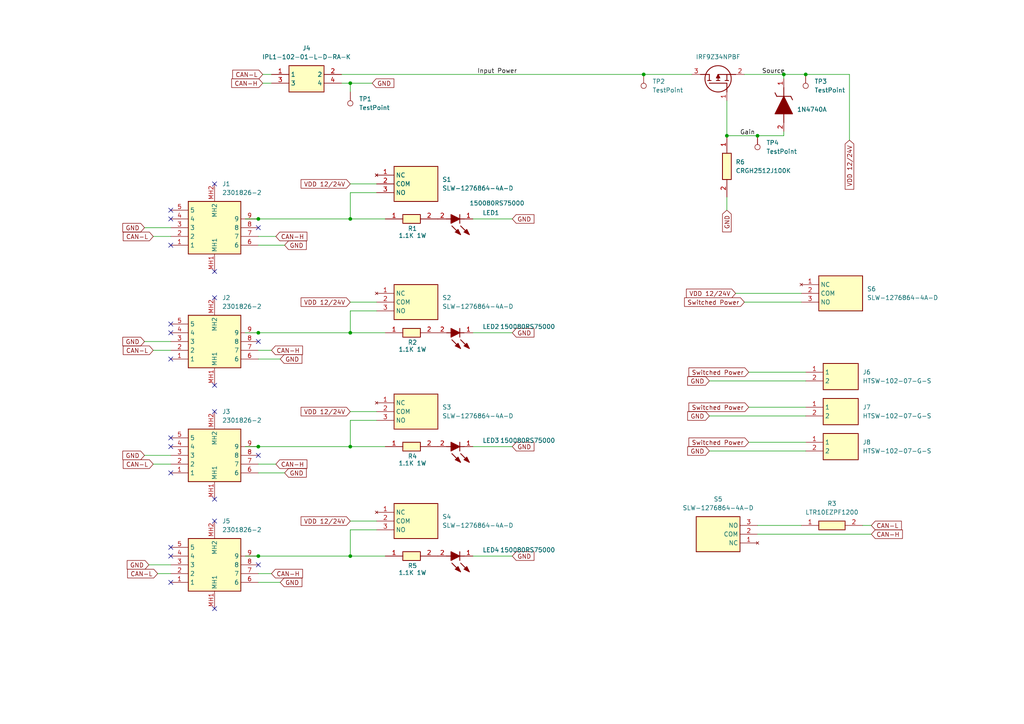
<source format=kicad_sch>
(kicad_sch
	(version 20231120)
	(generator "eeschema")
	(generator_version "8.0")
	(uuid "d0e746fb-1367-4f9f-bdc0-8db937993b71")
	(paper "A4")
	(lib_symbols
		(symbol "2pin:HTSW-102-07-G-S"
			(exclude_from_sim no)
			(in_bom yes)
			(on_board yes)
			(property "Reference" "J"
				(at 16.51 7.62 0)
				(effects
					(font
						(size 1.27 1.27)
					)
					(justify left top)
				)
			)
			(property "Value" "HTSW-102-07-G-S"
				(at 16.51 5.08 0)
				(effects
					(font
						(size 1.27 1.27)
					)
					(justify left top)
				)
			)
			(property "Footprint" "HDRV2W64P0X254_1X2_508X248X838P"
				(at 16.51 -94.92 0)
				(effects
					(font
						(size 1.27 1.27)
					)
					(justify left top)
					(hide yes)
				)
			)
			(property "Datasheet" "http://suddendocs.samtec.com/prints/htsw-xxx-xx-xxx-x-xx-xx-xx-mkt.pdf"
				(at 16.51 -194.92 0)
				(effects
					(font
						(size 1.27 1.27)
					)
					(justify left top)
					(hide yes)
				)
			)
			(property "Description" "Samtec, HTSW, 2 Way, 1 Row, Vertical Pin Header"
				(at 0 0 0)
				(effects
					(font
						(size 1.27 1.27)
					)
					(hide yes)
				)
			)
			(property "Height" "8.38"
				(at 16.51 -394.92 0)
				(effects
					(font
						(size 1.27 1.27)
					)
					(justify left top)
					(hide yes)
				)
			)
			(property "Mouser Part Number" "200-HTSW10207GS"
				(at 16.51 -494.92 0)
				(effects
					(font
						(size 1.27 1.27)
					)
					(justify left top)
					(hide yes)
				)
			)
			(property "Mouser Price/Stock" "https://www.mouser.co.uk/ProductDetail/Samtec/HTSW-102-07-G-S?qs=FESYatJ8odI1BCBanfu%2FIg%3D%3D"
				(at 16.51 -594.92 0)
				(effects
					(font
						(size 1.27 1.27)
					)
					(justify left top)
					(hide yes)
				)
			)
			(property "Manufacturer_Name" "SAMTEC"
				(at 16.51 -694.92 0)
				(effects
					(font
						(size 1.27 1.27)
					)
					(justify left top)
					(hide yes)
				)
			)
			(property "Manufacturer_Part_Number" "HTSW-102-07-G-S"
				(at 16.51 -794.92 0)
				(effects
					(font
						(size 1.27 1.27)
					)
					(justify left top)
					(hide yes)
				)
			)
			(symbol "HTSW-102-07-G-S_1_1"
				(rectangle
					(start 5.08 2.54)
					(end 15.24 -5.08)
					(stroke
						(width 0.254)
						(type default)
					)
					(fill
						(type background)
					)
				)
				(pin passive line
					(at 0 0 0)
					(length 5.08)
					(name "1"
						(effects
							(font
								(size 1.27 1.27)
							)
						)
					)
					(number "1"
						(effects
							(font
								(size 1.27 1.27)
							)
						)
					)
				)
				(pin passive line
					(at 0 -2.54 0)
					(length 5.08)
					(name "2"
						(effects
							(font
								(size 1.27 1.27)
							)
						)
					)
					(number "2"
						(effects
							(font
								(size 1.27 1.27)
							)
						)
					)
				)
			)
		)
		(symbol "Connector:TestPoint"
			(pin_numbers hide)
			(pin_names
				(offset 0.762) hide)
			(exclude_from_sim no)
			(in_bom yes)
			(on_board yes)
			(property "Reference" "TP"
				(at 0 6.858 0)
				(effects
					(font
						(size 1.27 1.27)
					)
				)
			)
			(property "Value" "TestPoint"
				(at 0 5.08 0)
				(effects
					(font
						(size 1.27 1.27)
					)
				)
			)
			(property "Footprint" ""
				(at 5.08 0 0)
				(effects
					(font
						(size 1.27 1.27)
					)
					(hide yes)
				)
			)
			(property "Datasheet" "~"
				(at 5.08 0 0)
				(effects
					(font
						(size 1.27 1.27)
					)
					(hide yes)
				)
			)
			(property "Description" "test point"
				(at 0 0 0)
				(effects
					(font
						(size 1.27 1.27)
					)
					(hide yes)
				)
			)
			(property "ki_keywords" "test point tp"
				(at 0 0 0)
				(effects
					(font
						(size 1.27 1.27)
					)
					(hide yes)
				)
			)
			(property "ki_fp_filters" "Pin* Test*"
				(at 0 0 0)
				(effects
					(font
						(size 1.27 1.27)
					)
					(hide yes)
				)
			)
			(symbol "TestPoint_0_1"
				(circle
					(center 0 3.302)
					(radius 0.762)
					(stroke
						(width 0)
						(type default)
					)
					(fill
						(type none)
					)
				)
			)
			(symbol "TestPoint_1_1"
				(pin passive line
					(at 0 0 90)
					(length 2.54)
					(name "1"
						(effects
							(font
								(size 1.27 1.27)
							)
						)
					)
					(number "1"
						(effects
							(font
								(size 1.27 1.27)
							)
						)
					)
				)
			)
		)
		(symbol "DB9 Mount:2301826-2"
			(exclude_from_sim no)
			(in_bom yes)
			(on_board yes)
			(property "Reference" "J"
				(at 21.59 12.7 0)
				(effects
					(font
						(size 1.27 1.27)
					)
					(justify left top)
				)
			)
			(property "Value" "2301826-2"
				(at 21.59 10.16 0)
				(effects
					(font
						(size 1.27 1.27)
					)
					(justify left top)
				)
			)
			(property "Footprint" "23018262"
				(at 21.59 -89.84 0)
				(effects
					(font
						(size 1.27 1.27)
					)
					(justify left top)
					(hide yes)
				)
			)
			(property "Datasheet" "https://componentsearchengine.com/Datasheets/1/2301826-2.pdf"
				(at 21.59 -189.84 0)
				(effects
					(font
						(size 1.27 1.27)
					)
					(justify left top)
					(hide yes)
				)
			)
			(property "Description" "Body Features: Primary Product Color Black | Connector Profile High | Configuration Features: Number of Rows 2 | PCB Mount Orientation Vertical | Number of Positions 9 | Contact Features: Contact Shape & Form Round | Contact Current Rating (Max) 1.5 AMP | Dimensions: Row-to-Row Spacing .111 INCH | Row-to-Row Spacing 2.84 MM | Housing Features: Centerline (Pitch) .109 INCH | Centerline (Pitch) 2.77 MM | Housing Material PBT GF | Mechanical Attachment: Mating Retention Type 4-40 Screwlock | PCB Mount Retentio"
				(at 0 0 0)
				(effects
					(font
						(size 1.27 1.27)
					)
					(hide yes)
				)
			)
			(property "Height" "12.48"
				(at 21.59 -389.84 0)
				(effects
					(font
						(size 1.27 1.27)
					)
					(justify left top)
					(hide yes)
				)
			)
			(property "Mouser Part Number" "571-2301826-2"
				(at 21.59 -489.84 0)
				(effects
					(font
						(size 1.27 1.27)
					)
					(justify left top)
					(hide yes)
				)
			)
			(property "Mouser Price/Stock" "https://www.mouser.co.uk/ProductDetail/TE-Connectivity/2301826-2?qs=YCa%2FAAYMW01innH%2F05o6MQ%3D%3D"
				(at 21.59 -589.84 0)
				(effects
					(font
						(size 1.27 1.27)
					)
					(justify left top)
					(hide yes)
				)
			)
			(property "Manufacturer_Name" "TE Connectivity"
				(at 21.59 -689.84 0)
				(effects
					(font
						(size 1.27 1.27)
					)
					(justify left top)
					(hide yes)
				)
			)
			(property "Manufacturer_Part_Number" "2301826-2"
				(at 21.59 -789.84 0)
				(effects
					(font
						(size 1.27 1.27)
					)
					(justify left top)
					(hide yes)
				)
			)
			(symbol "2301826-2_1_1"
				(rectangle
					(start 5.08 7.62)
					(end 20.32 -7.62)
					(stroke
						(width 0.254)
						(type default)
					)
					(fill
						(type background)
					)
				)
				(pin passive line
					(at 7.62 12.7 270)
					(length 5.08)
					(name "1"
						(effects
							(font
								(size 1.27 1.27)
							)
						)
					)
					(number "1"
						(effects
							(font
								(size 1.27 1.27)
							)
						)
					)
				)
				(pin passive line
					(at 10.16 12.7 270)
					(length 5.08)
					(name "2"
						(effects
							(font
								(size 1.27 1.27)
							)
						)
					)
					(number "2"
						(effects
							(font
								(size 1.27 1.27)
							)
						)
					)
				)
				(pin passive line
					(at 12.7 12.7 270)
					(length 5.08)
					(name "3"
						(effects
							(font
								(size 1.27 1.27)
							)
						)
					)
					(number "3"
						(effects
							(font
								(size 1.27 1.27)
							)
						)
					)
				)
				(pin passive line
					(at 15.24 12.7 270)
					(length 5.08)
					(name "4"
						(effects
							(font
								(size 1.27 1.27)
							)
						)
					)
					(number "4"
						(effects
							(font
								(size 1.27 1.27)
							)
						)
					)
				)
				(pin passive line
					(at 17.78 12.7 270)
					(length 5.08)
					(name "5"
						(effects
							(font
								(size 1.27 1.27)
							)
						)
					)
					(number "5"
						(effects
							(font
								(size 1.27 1.27)
							)
						)
					)
				)
				(pin passive line
					(at 7.62 -12.7 90)
					(length 5.08)
					(name "6"
						(effects
							(font
								(size 1.27 1.27)
							)
						)
					)
					(number "6"
						(effects
							(font
								(size 1.27 1.27)
							)
						)
					)
				)
				(pin passive line
					(at 10.16 -12.7 90)
					(length 5.08)
					(name "7"
						(effects
							(font
								(size 1.27 1.27)
							)
						)
					)
					(number "7"
						(effects
							(font
								(size 1.27 1.27)
							)
						)
					)
				)
				(pin passive line
					(at 12.7 -12.7 90)
					(length 5.08)
					(name "8"
						(effects
							(font
								(size 1.27 1.27)
							)
						)
					)
					(number "8"
						(effects
							(font
								(size 1.27 1.27)
							)
						)
					)
				)
				(pin passive line
					(at 15.24 -12.7 90)
					(length 5.08)
					(name "9"
						(effects
							(font
								(size 1.27 1.27)
							)
						)
					)
					(number "9"
						(effects
							(font
								(size 1.27 1.27)
							)
						)
					)
				)
				(pin passive line
					(at 0 0 0)
					(length 5.08)
					(name "MH1"
						(effects
							(font
								(size 1.27 1.27)
							)
						)
					)
					(number "MH1"
						(effects
							(font
								(size 1.27 1.27)
							)
						)
					)
				)
				(pin passive line
					(at 25.4 0 180)
					(length 5.08)
					(name "MH2"
						(effects
							(font
								(size 1.27 1.27)
							)
						)
					)
					(number "MH2"
						(effects
							(font
								(size 1.27 1.27)
							)
						)
					)
				)
			)
		)
		(symbol "P-connection  MOSFET:IRF9Z34NPBF"
			(pin_names hide)
			(exclude_from_sim no)
			(in_bom yes)
			(on_board yes)
			(property "Reference" "Q"
				(at 11.43 3.81 0)
				(effects
					(font
						(size 1.27 1.27)
					)
					(justify left top)
				)
			)
			(property "Value" "IRF9Z34NPBF"
				(at 11.43 1.27 0)
				(effects
					(font
						(size 1.27 1.27)
					)
					(justify left top)
				)
			)
			(property "Footprint" "TO254P469X1042X1967-3P"
				(at 11.43 -98.73 0)
				(effects
					(font
						(size 1.27 1.27)
					)
					(justify left top)
					(hide yes)
				)
			)
			(property "Datasheet" "https://www.infineon.com/dgdl/irf9z34npbf.pdf?fileId=5546d462533600a40153561220af1ddd"
				(at 11.43 -198.73 0)
				(effects
					(font
						(size 1.27 1.27)
					)
					(justify left top)
					(hide yes)
				)
			)
			(property "Description" "MOSFET MOSFT PCh -55V -17A 100mOhm 23.3nC"
				(at 0 0 0)
				(effects
					(font
						(size 1.27 1.27)
					)
					(hide yes)
				)
			)
			(property "Height" "4.69"
				(at 11.43 -398.73 0)
				(effects
					(font
						(size 1.27 1.27)
					)
					(justify left top)
					(hide yes)
				)
			)
			(property "Mouser Part Number" "942-IRF9Z34NPBF"
				(at 11.43 -498.73 0)
				(effects
					(font
						(size 1.27 1.27)
					)
					(justify left top)
					(hide yes)
				)
			)
			(property "Mouser Price/Stock" "https://www.mouser.co.uk/ProductDetail/Infineon-Technologies/IRF9Z34NPBF?qs=9%252BKlkBgLFf16a%2FvlD%252BMCtQ%3D%3D"
				(at 11.43 -598.73 0)
				(effects
					(font
						(size 1.27 1.27)
					)
					(justify left top)
					(hide yes)
				)
			)
			(property "Manufacturer_Name" "Infineon"
				(at 11.43 -698.73 0)
				(effects
					(font
						(size 1.27 1.27)
					)
					(justify left top)
					(hide yes)
				)
			)
			(property "Manufacturer_Part_Number" "IRF9Z34NPBF"
				(at 11.43 -798.73 0)
				(effects
					(font
						(size 1.27 1.27)
					)
					(justify left top)
					(hide yes)
				)
			)
			(symbol "IRF9Z34NPBF_1_1"
				(polyline
					(pts
						(xy 2.54 0) (xy 5.08 0)
					)
					(stroke
						(width 0.254)
						(type default)
					)
					(fill
						(type none)
					)
				)
				(polyline
					(pts
						(xy 5.08 5.08) (xy 5.08 0)
					)
					(stroke
						(width 0.254)
						(type default)
					)
					(fill
						(type none)
					)
				)
				(polyline
					(pts
						(xy 5.842 -0.508) (xy 5.842 0.508)
					)
					(stroke
						(width 0.254)
						(type default)
					)
					(fill
						(type none)
					)
				)
				(polyline
					(pts
						(xy 5.842 0) (xy 7.62 0)
					)
					(stroke
						(width 0.254)
						(type default)
					)
					(fill
						(type none)
					)
				)
				(polyline
					(pts
						(xy 5.842 2.032) (xy 5.842 3.048)
					)
					(stroke
						(width 0.254)
						(type default)
					)
					(fill
						(type none)
					)
				)
				(polyline
					(pts
						(xy 5.842 5.588) (xy 5.842 4.572)
					)
					(stroke
						(width 0.254)
						(type default)
					)
					(fill
						(type none)
					)
				)
				(polyline
					(pts
						(xy 7.62 2.54) (xy 5.842 2.54)
					)
					(stroke
						(width 0.254)
						(type default)
					)
					(fill
						(type none)
					)
				)
				(polyline
					(pts
						(xy 7.62 2.54) (xy 7.62 -2.54)
					)
					(stroke
						(width 0.254)
						(type default)
					)
					(fill
						(type none)
					)
				)
				(polyline
					(pts
						(xy 7.62 5.08) (xy 5.842 5.08)
					)
					(stroke
						(width 0.254)
						(type default)
					)
					(fill
						(type none)
					)
				)
				(polyline
					(pts
						(xy 7.62 5.08) (xy 7.62 7.62)
					)
					(stroke
						(width 0.254)
						(type default)
					)
					(fill
						(type none)
					)
				)
				(polyline
					(pts
						(xy 7.62 2.54) (xy 6.604 3.048) (xy 6.604 2.032) (xy 7.62 2.54)
					)
					(stroke
						(width 0.254)
						(type default)
					)
					(fill
						(type outline)
					)
				)
				(circle
					(center 6.35 2.54)
					(radius 3.81)
					(stroke
						(width 0.254)
						(type default)
					)
					(fill
						(type none)
					)
				)
				(pin passive line
					(at 0 0 0)
					(length 2.54)
					(name "G"
						(effects
							(font
								(size 1.27 1.27)
							)
						)
					)
					(number "1"
						(effects
							(font
								(size 1.27 1.27)
							)
						)
					)
				)
				(pin passive line
					(at 7.62 -5.08 90)
					(length 2.54)
					(name "S"
						(effects
							(font
								(size 1.27 1.27)
							)
						)
					)
					(number "2"
						(effects
							(font
								(size 1.27 1.27)
							)
						)
					)
				)
				(pin passive line
					(at 7.62 10.16 270)
					(length 2.54)
					(name "D"
						(effects
							(font
								(size 1.27 1.27)
							)
						)
					)
					(number "3"
						(effects
							(font
								(size 1.27 1.27)
							)
						)
					)
				)
			)
		)
		(symbol "R100k SMD 2W:CRGH2512J100K"
			(pin_names hide)
			(exclude_from_sim no)
			(in_bom yes)
			(on_board yes)
			(property "Reference" "R"
				(at 13.97 6.35 0)
				(effects
					(font
						(size 1.27 1.27)
					)
					(justify left top)
				)
			)
			(property "Value" "CRGH2512J100K"
				(at 13.97 3.81 0)
				(effects
					(font
						(size 1.27 1.27)
					)
					(justify left top)
				)
			)
			(property "Footprint" "RESC6432X65N"
				(at 13.97 -96.19 0)
				(effects
					(font
						(size 1.27 1.27)
					)
					(justify left top)
					(hide yes)
				)
			)
			(property "Datasheet" "https://www.te.com/commerce/DocumentDelivery/DDEController?Action=srchrtrv&DocNm=1309350_PASSIVE_COMPONENT&DocType=Catalog%20Section&DocLang=English&PartCntxt=2-1879502-2&DocFormat=pdf"
				(at 13.97 -196.19 0)
				(effects
					(font
						(size 1.27 1.27)
					)
					(justify left top)
					(hide yes)
				)
			)
			(property "Description" "Configuration Features: Number of Resistors 1 | Dimensions: Product Length 6.35 MM | Product Height .022 INCH | Product Height .55 MM | Product Width 3.2 MM | Product Length .25 INCH | Product Width .126 INCH | Electrical Characteristics: Resistance Class 1k  1M | Operating Voltage 250 V | Passive Component Tolerance 5 PCT | Resistance Value 100K OHM | Power Rating 2 WATT | Packaging Features: Packaging Method Taped & Reeled | Product Type Features: Package Size Code 2512 | Resistor Type Power Resist"
				(at 0 0 0)
				(effects
					(font
						(size 1.27 1.27)
					)
					(hide yes)
				)
			)
			(property "Height" "0.65"
				(at 13.97 -396.19 0)
				(effects
					(font
						(size 1.27 1.27)
					)
					(justify left top)
					(hide yes)
				)
			)
			(property "Mouser Part Number" "279-CRGH2512J100K"
				(at 13.97 -496.19 0)
				(effects
					(font
						(size 1.27 1.27)
					)
					(justify left top)
					(hide yes)
				)
			)
			(property "Mouser Price/Stock" "https://www.mouser.co.uk/ProductDetail/TE-Connectivity-Holsworthy/CRGH2512J100K?qs=s1WWODT2SXW2sexezleeaQ%3D%3D"
				(at 13.97 -596.19 0)
				(effects
					(font
						(size 1.27 1.27)
					)
					(justify left top)
					(hide yes)
				)
			)
			(property "Manufacturer_Name" "TE Connectivity"
				(at 13.97 -696.19 0)
				(effects
					(font
						(size 1.27 1.27)
					)
					(justify left top)
					(hide yes)
				)
			)
			(property "Manufacturer_Part_Number" "CRGH2512J100K"
				(at 13.97 -796.19 0)
				(effects
					(font
						(size 1.27 1.27)
					)
					(justify left top)
					(hide yes)
				)
			)
			(symbol "CRGH2512J100K_1_1"
				(rectangle
					(start 5.08 1.27)
					(end 12.7 -1.27)
					(stroke
						(width 0.254)
						(type default)
					)
					(fill
						(type background)
					)
				)
				(pin passive line
					(at 0 0 0)
					(length 5.08)
					(name "1"
						(effects
							(font
								(size 1.27 1.27)
							)
						)
					)
					(number "1"
						(effects
							(font
								(size 1.27 1.27)
							)
						)
					)
				)
				(pin passive line
					(at 17.78 0 180)
					(length 5.08)
					(name "2"
						(effects
							(font
								(size 1.27 1.27)
							)
						)
					)
					(number "2"
						(effects
							(font
								(size 1.27 1.27)
							)
						)
					)
				)
			)
		)
		(symbol "R120 SMD 1W:LTR10EZPF1200"
			(pin_names hide)
			(exclude_from_sim no)
			(in_bom yes)
			(on_board yes)
			(property "Reference" "R"
				(at 13.97 6.35 0)
				(effects
					(font
						(size 1.27 1.27)
					)
					(justify left top)
				)
			)
			(property "Value" "LTR10EZPF1200"
				(at 13.97 3.81 0)
				(effects
					(font
						(size 1.27 1.27)
					)
					(justify left top)
				)
			)
			(property "Footprint" "RESC1220X65N"
				(at 13.97 -96.19 0)
				(effects
					(font
						(size 1.27 1.27)
					)
					(justify left top)
					(hide yes)
				)
			)
			(property "Datasheet" "https://componentsearchengine.com/Datasheets/1/LTR10EZPF1200.pdf"
				(at 13.97 -196.19 0)
				(effects
					(font
						(size 1.27 1.27)
					)
					(justify left top)
					(hide yes)
				)
			)
			(property "Description" "Thick Film Resistors - SMD 0508 120ohm 1% Rev Term AEC-Q200"
				(at 0 0 0)
				(effects
					(font
						(size 1.27 1.27)
					)
					(hide yes)
				)
			)
			(property "Height" "0.65"
				(at 13.97 -396.19 0)
				(effects
					(font
						(size 1.27 1.27)
					)
					(justify left top)
					(hide yes)
				)
			)
			(property "Mouser Part Number" "755-LTR10EZPF1200"
				(at 13.97 -496.19 0)
				(effects
					(font
						(size 1.27 1.27)
					)
					(justify left top)
					(hide yes)
				)
			)
			(property "Mouser Price/Stock" ""
				(at 13.97 -596.19 0)
				(effects
					(font
						(size 1.27 1.27)
					)
					(justify left top)
					(hide yes)
				)
			)
			(property "Manufacturer_Name" "ROHM Semiconductor"
				(at 13.97 -696.19 0)
				(effects
					(font
						(size 1.27 1.27)
					)
					(justify left top)
					(hide yes)
				)
			)
			(property "Manufacturer_Part_Number" "LTR10EZPF1200"
				(at 13.97 -796.19 0)
				(effects
					(font
						(size 1.27 1.27)
					)
					(justify left top)
					(hide yes)
				)
			)
			(symbol "LTR10EZPF1200_1_1"
				(rectangle
					(start 5.08 1.27)
					(end 12.7 -1.27)
					(stroke
						(width 0.254)
						(type default)
					)
					(fill
						(type background)
					)
				)
				(pin passive line
					(at 0 0 0)
					(length 5.08)
					(name "1"
						(effects
							(font
								(size 1.27 1.27)
							)
						)
					)
					(number "1"
						(effects
							(font
								(size 1.27 1.27)
							)
						)
					)
				)
				(pin passive line
					(at 17.78 0 180)
					(length 5.08)
					(name "2"
						(effects
							(font
								(size 1.27 1.27)
							)
						)
					)
					(number "2"
						(effects
							(font
								(size 1.27 1.27)
							)
						)
					)
				)
			)
		)
		(symbol "R800 1W:ERJ-U1TF1101U"
			(pin_names hide)
			(exclude_from_sim no)
			(in_bom yes)
			(on_board yes)
			(property "Reference" "R1"
				(at 8.89 6.35 0)
				(effects
					(font
						(size 1.27 1.27)
					)
				)
			)
			(property "Value" "ERJ-U1TF1101U"
				(at 8.89 3.81 0)
				(effects
					(font
						(size 1.27 1.27)
					)
				)
			)
			(property "Footprint" "ERJS1T_U1T_(2512)"
				(at 13.97 -96.19 0)
				(effects
					(font
						(size 1.27 1.27)
					)
					(justify left top)
					(hide yes)
				)
			)
			(property "Datasheet" "https://industrial.panasonic.com/cdbs/www-data/pdf/RDP0000/AOA0000C334.pdf"
				(at 13.97 -196.19 0)
				(effects
					(font
						(size 1.27 1.27)
					)
					(justify left top)
					(hide yes)
				)
			)
			(property "Description" "Anti-Sulfurated Thick Film Chip Resistor, 2512, 1W"
				(at 4.064 -3.556 0)
				(effects
					(font
						(size 1.27 1.27)
					)
					(hide yes)
				)
			)
			(property "Height" "0.7"
				(at 13.97 -396.19 0)
				(effects
					(font
						(size 1.27 1.27)
					)
					(justify left top)
					(hide yes)
				)
			)
			(property "Mouser Part Number" "667-ERJ-U1TF1101U"
				(at 13.97 -496.19 0)
				(effects
					(font
						(size 1.27 1.27)
					)
					(justify left top)
					(hide yes)
				)
			)
			(property "Mouser Price/Stock" "https://www.mouser.co.uk/ProductDetail/Panasonic/ERJ-U1TF1101U?qs=Z3CaLxJiOJLKe%2F%252BCXdVH4A%3D%3D"
				(at 13.97 -596.19 0)
				(effects
					(font
						(size 1.27 1.27)
					)
					(justify left top)
					(hide yes)
				)
			)
			(property "Manufacturer_Name" "Panasonic"
				(at 13.97 -696.19 0)
				(effects
					(font
						(size 1.27 1.27)
					)
					(justify left top)
					(hide yes)
				)
			)
			(property "Manufacturer_Part_Number" "ERJ-U1TF1101U"
				(at 13.97 -796.19 0)
				(effects
					(font
						(size 1.27 1.27)
					)
					(justify left top)
					(hide yes)
				)
			)
			(symbol "ERJ-U1TF1101U_1_1"
				(rectangle
					(start 5.08 1.27)
					(end 10.16 -1.27)
					(stroke
						(width 0.254)
						(type default)
					)
					(fill
						(type background)
					)
				)
				(pin passive line
					(at 0 0 0)
					(length 5.08)
					(name "1"
						(effects
							(font
								(size 1.27 1.27)
							)
						)
					)
					(number "1"
						(effects
							(font
								(size 1.27 1.27)
							)
						)
					)
				)
				(pin passive line
					(at 15.24 0 180)
					(length 5.08)
					(name "2"
						(effects
							(font
								(size 1.27 1.27)
							)
						)
					)
					(number "2"
						(effects
							(font
								(size 1.27 1.27)
							)
						)
					)
				)
			)
		)
		(symbol "RedLED:150080RS75000"
			(pin_names hide)
			(exclude_from_sim no)
			(in_bom yes)
			(on_board yes)
			(property "Reference" "LED1"
				(at 7.6201 3.81 90)
				(effects
					(font
						(size 1.27 1.27)
					)
					(justify right)
				)
			)
			(property "Value" "150080RS75000"
				(at 28.194 9.652 90)
				(effects
					(font
						(size 1.27 1.27)
					)
					(justify right)
				)
			)
			(property "Footprint" "LEDC2012X80N"
				(at 12.7 -93.65 0)
				(effects
					(font
						(size 1.27 1.27)
					)
					(justify left bottom)
					(hide yes)
				)
			)
			(property "Datasheet" "https://componentsearchengine.com/Datasheets/2/150080RS75000.pdf"
				(at 12.7 -193.65 0)
				(effects
					(font
						(size 1.27 1.27)
					)
					(justify left bottom)
					(hide yes)
				)
			)
			(property "Description" "LED,Wurth Elektronik,150080RS75000 Wurth Elektronik 150080RS75000, WL-SMCW Series Red LED, 625 nm 2012 (0805) Clear, Rectangle Lens SMD package"
				(at -2.286 22.098 0)
				(effects
					(font
						(size 1.27 1.27)
					)
					(hide yes)
				)
			)
			(property "Height" "0.8"
				(at 12.7 -393.65 0)
				(effects
					(font
						(size 1.27 1.27)
					)
					(justify left bottom)
					(hide yes)
				)
			)
			(property "Mouser Part Number" "710-150080RS75000"
				(at 12.7 -493.65 0)
				(effects
					(font
						(size 1.27 1.27)
					)
					(justify left bottom)
					(hide yes)
				)
			)
			(property "Mouser Price/Stock" "https://www.mouser.co.uk/ProductDetail/Wurth-Elektronik/150080RS75000?qs=LlUlMxKIyB2jdCo7bnfgew%3D%3D"
				(at 12.7 -593.65 0)
				(effects
					(font
						(size 1.27 1.27)
					)
					(justify left bottom)
					(hide yes)
				)
			)
			(property "Manufacturer_Name" "Wurth Elektronik"
				(at 12.7 -693.65 0)
				(effects
					(font
						(size 1.27 1.27)
					)
					(justify left bottom)
					(hide yes)
				)
			)
			(property "Manufacturer_Part_Number" "150080RS75000"
				(at 12.7 -793.65 0)
				(effects
					(font
						(size 1.27 1.27)
					)
					(justify left bottom)
					(hide yes)
				)
			)
			(symbol "150080RS75000_1_1"
				(polyline
					(pts
						(xy 5.08 7.62) (xy 6.35 7.62)
					)
					(stroke
						(width 0.254)
						(type default)
					)
					(fill
						(type none)
					)
				)
				(polyline
					(pts
						(xy 6.096 9.652) (xy 4.826 10.922)
					)
					(stroke
						(width 0.254)
						(type default)
					)
					(fill
						(type none)
					)
				)
				(polyline
					(pts
						(xy 6.35 8.89) (xy 6.35 6.35)
					)
					(stroke
						(width 0.254)
						(type default)
					)
					(fill
						(type none)
					)
				)
				(polyline
					(pts
						(xy 8.636 9.652) (xy 7.366 10.922)
					)
					(stroke
						(width 0.254)
						(type default)
					)
					(fill
						(type none)
					)
				)
				(polyline
					(pts
						(xy 8.89 7.62) (xy 10.16 7.62)
					)
					(stroke
						(width 0.254)
						(type default)
					)
					(fill
						(type none)
					)
				)
				(polyline
					(pts
						(xy 5.08 11.43) (xy 4.318 10.668) (xy 3.556 12.192) (xy 5.08 11.43)
					)
					(stroke
						(width 0.254)
						(type default)
					)
					(fill
						(type outline)
					)
				)
				(polyline
					(pts
						(xy 6.35 7.62) (xy 8.89 8.89) (xy 8.89 6.35) (xy 6.35 7.62)
					)
					(stroke
						(width 0.254)
						(type default)
					)
					(fill
						(type outline)
					)
				)
				(polyline
					(pts
						(xy 7.62 11.43) (xy 6.858 10.668) (xy 6.096 12.192) (xy 7.62 11.43)
					)
					(stroke
						(width 0.254)
						(type default)
					)
					(fill
						(type outline)
					)
				)
				(pin passive line
					(at 2.54 7.62 0)
					(length 2.54)
					(name "K"
						(effects
							(font
								(size 1.27 1.27)
							)
						)
					)
					(number "1"
						(effects
							(font
								(size 1.27 1.27)
							)
						)
					)
				)
				(pin passive line
					(at 12.7 7.62 180)
					(length 2.54)
					(name "A"
						(effects
							(font
								(size 1.27 1.27)
							)
						)
					)
					(number "2"
						(effects
							(font
								(size 1.27 1.27)
							)
						)
					)
				)
			)
		)
		(symbol "Zener Diode:1N4740A"
			(pin_names hide)
			(exclude_from_sim no)
			(in_bom yes)
			(on_board yes)
			(property "Reference" "Z"
				(at 10.16 8.89 0)
				(effects
					(font
						(size 1.27 1.27)
					)
					(justify left top)
				)
			)
			(property "Value" "1N4740A"
				(at 10.16 6.35 0)
				(effects
					(font
						(size 1.27 1.27)
					)
					(justify left top)
				)
			)
			(property "Footprint" "DIOAD1570W85L450D280"
				(at 10.16 -93.65 0)
				(effects
					(font
						(size 1.27 1.27)
					)
					(justify left top)
					(hide yes)
				)
			)
			(property "Datasheet" "https://componentsearchengine.com/Datasheets/2/1N4740A.pdf"
				(at 10.16 -193.65 0)
				(effects
					(font
						(size 1.27 1.27)
					)
					(justify left top)
					(hide yes)
				)
			)
			(property "Description" "Zener Diodes 10.0V 1W ZENER 5%"
				(at 0 0 0)
				(effects
					(font
						(size 1.27 1.27)
					)
					(hide yes)
				)
			)
			(property "Height" ""
				(at 10.16 -393.65 0)
				(effects
					(font
						(size 1.27 1.27)
					)
					(justify left top)
					(hide yes)
				)
			)
			(property "Mouser Part Number" "512-1N4740A"
				(at 10.16 -493.65 0)
				(effects
					(font
						(size 1.27 1.27)
					)
					(justify left top)
					(hide yes)
				)
			)
			(property "Mouser Price/Stock" "https://www.mouser.co.uk/ProductDetail/onsemi-Fairchild/1N4740A?qs=SSucg2PyLi728PPvH22DMA%3D%3D"
				(at 10.16 -593.65 0)
				(effects
					(font
						(size 1.27 1.27)
					)
					(justify left top)
					(hide yes)
				)
			)
			(property "Manufacturer_Name" "onsemi"
				(at 10.16 -693.65 0)
				(effects
					(font
						(size 1.27 1.27)
					)
					(justify left top)
					(hide yes)
				)
			)
			(property "Manufacturer_Part_Number" "1N4740A"
				(at 10.16 -793.65 0)
				(effects
					(font
						(size 1.27 1.27)
					)
					(justify left top)
					(hide yes)
				)
			)
			(symbol "1N4740A_1_1"
				(polyline
					(pts
						(xy 2.54 0) (xy 5.08 0)
					)
					(stroke
						(width 0.254)
						(type default)
					)
					(fill
						(type none)
					)
				)
				(polyline
					(pts
						(xy 4.064 -2.54) (xy 5.08 -2.032)
					)
					(stroke
						(width 0.254)
						(type default)
					)
					(fill
						(type none)
					)
				)
				(polyline
					(pts
						(xy 5.08 2.032) (xy 5.08 -2.032)
					)
					(stroke
						(width 0.254)
						(type default)
					)
					(fill
						(type none)
					)
				)
				(polyline
					(pts
						(xy 5.08 2.032) (xy 6.096 2.54)
					)
					(stroke
						(width 0.254)
						(type default)
					)
					(fill
						(type none)
					)
				)
				(polyline
					(pts
						(xy 12.7 0) (xy 10.16 0)
					)
					(stroke
						(width 0.254)
						(type default)
					)
					(fill
						(type none)
					)
				)
				(polyline
					(pts
						(xy 5.08 0) (xy 10.16 2.54) (xy 10.16 -2.54) (xy 5.08 0)
					)
					(stroke
						(width 0.254)
						(type default)
					)
					(fill
						(type outline)
					)
				)
				(pin passive line
					(at 0 0 0)
					(length 2.54)
					(name "K"
						(effects
							(font
								(size 1.27 1.27)
							)
						)
					)
					(number "1"
						(effects
							(font
								(size 1.27 1.27)
							)
						)
					)
				)
				(pin passive line
					(at 15.24 0 180)
					(length 2.54)
					(name "A"
						(effects
							(font
								(size 1.27 1.27)
							)
						)
					)
					(number "2"
						(effects
							(font
								(size 1.27 1.27)
							)
						)
					)
				)
			)
		)
		(symbol "connector:IPL1-102-01-L-D-RA-K"
			(exclude_from_sim no)
			(in_bom yes)
			(on_board yes)
			(property "Reference" "J"
				(at 16.51 7.62 0)
				(effects
					(font
						(size 1.27 1.27)
					)
					(justify left top)
				)
			)
			(property "Value" "IPL1-102-01-L-D-RA-K"
				(at 16.51 5.08 0)
				(effects
					(font
						(size 1.27 1.27)
					)
					(justify left top)
				)
			)
			(property "Footprint" "IPL1-102-01-YYY-D-RA-K"
				(at 16.51 -94.92 0)
				(effects
					(font
						(size 1.27 1.27)
					)
					(justify left top)
					(hide yes)
				)
			)
			(property "Datasheet" "http://suddendocs.samtec.com/prints/ipl1-1xx-xx-xxx-d-xx-x-xx-mkt.pdf"
				(at 16.51 -194.92 0)
				(effects
					(font
						(size 1.27 1.27)
					)
					(justify left top)
					(hide yes)
				)
			)
			(property "Description" "4 Position, .100&quot; Mini Mate&reg; Isolated Power Terminal Header"
				(at 0 0 0)
				(effects
					(font
						(size 1.27 1.27)
					)
					(hide yes)
				)
			)
			(property "Height" ""
				(at 16.51 -394.92 0)
				(effects
					(font
						(size 1.27 1.27)
					)
					(justify left top)
					(hide yes)
				)
			)
			(property "Mouser Part Number" "200-IPL110201LDRAK"
				(at 16.51 -494.92 0)
				(effects
					(font
						(size 1.27 1.27)
					)
					(justify left top)
					(hide yes)
				)
			)
			(property "Mouser Price/Stock" "https://www.mouser.co.uk/ProductDetail/Samtec/IPL1-102-01-L-D-RA-K?qs=92ilVni64gwdKp22Ncfw5Q%3D%3D"
				(at 16.51 -594.92 0)
				(effects
					(font
						(size 1.27 1.27)
					)
					(justify left top)
					(hide yes)
				)
			)
			(property "Manufacturer_Name" "SAMTEC"
				(at 16.51 -694.92 0)
				(effects
					(font
						(size 1.27 1.27)
					)
					(justify left top)
					(hide yes)
				)
			)
			(property "Manufacturer_Part_Number" "IPL1-102-01-L-D-RA-K"
				(at 16.51 -794.92 0)
				(effects
					(font
						(size 1.27 1.27)
					)
					(justify left top)
					(hide yes)
				)
			)
			(symbol "IPL1-102-01-L-D-RA-K_1_1"
				(rectangle
					(start 5.08 2.54)
					(end 15.24 -5.08)
					(stroke
						(width 0.254)
						(type default)
					)
					(fill
						(type background)
					)
				)
				(pin passive line
					(at 0 0 0)
					(length 5.08)
					(name "1"
						(effects
							(font
								(size 1.27 1.27)
							)
						)
					)
					(number "1"
						(effects
							(font
								(size 1.27 1.27)
							)
						)
					)
				)
				(pin passive line
					(at 20.32 0 180)
					(length 5.08)
					(name "2"
						(effects
							(font
								(size 1.27 1.27)
							)
						)
					)
					(number "2"
						(effects
							(font
								(size 1.27 1.27)
							)
						)
					)
				)
				(pin passive line
					(at 0 -2.54 0)
					(length 5.08)
					(name "3"
						(effects
							(font
								(size 1.27 1.27)
							)
						)
					)
					(number "3"
						(effects
							(font
								(size 1.27 1.27)
							)
						)
					)
				)
				(pin passive line
					(at 20.32 -2.54 180)
					(length 5.08)
					(name "4"
						(effects
							(font
								(size 1.27 1.27)
							)
						)
					)
					(number "4"
						(effects
							(font
								(size 1.27 1.27)
							)
						)
					)
				)
			)
		)
		(symbol "slide switch:SLW-1276864-4A-D"
			(exclude_from_sim no)
			(in_bom yes)
			(on_board yes)
			(property "Reference" "S"
				(at 19.05 7.62 0)
				(effects
					(font
						(size 1.27 1.27)
					)
					(justify left top)
				)
			)
			(property "Value" "SLW-1276864-4A-D"
				(at 19.05 5.08 0)
				(effects
					(font
						(size 1.27 1.27)
					)
					(justify left top)
				)
			)
			(property "Footprint" "SLW12768644AD"
				(at 19.05 -94.92 0)
				(effects
					(font
						(size 1.27 1.27)
					)
					(justify left top)
					(hide yes)
				)
			)
			(property "Datasheet" "https://www.cuidevices.com/product/resource/slw-1276864-4a-d.pdf"
				(at 19.05 -194.92 0)
				(effects
					(font
						(size 1.27 1.27)
					)
					(justify left top)
					(hide yes)
				)
			)
			(property "Description" "Slide Switches 12.7 x 6.8 x 6.4 mm, 2 mm Raised Slide Actuator, Vertical, Through Hole"
				(at 0 0 0)
				(effects
					(font
						(size 1.27 1.27)
					)
					(hide yes)
				)
			)
			(property "Height" "10.6"
				(at 19.05 -394.92 0)
				(effects
					(font
						(size 1.27 1.27)
					)
					(justify left top)
					(hide yes)
				)
			)
			(property "Mouser Part Number" "179-SLW-1276864-4A-D"
				(at 19.05 -494.92 0)
				(effects
					(font
						(size 1.27 1.27)
					)
					(justify left top)
					(hide yes)
				)
			)
			(property "Mouser Price/Stock" "https://www.mouser.co.uk/ProductDetail/CUI-Devices/SLW-1276864-4A-D?qs=1Kr7Jg1SGW90vOt02EYiag%3D%3D"
				(at 19.05 -594.92 0)
				(effects
					(font
						(size 1.27 1.27)
					)
					(justify left top)
					(hide yes)
				)
			)
			(property "Manufacturer_Name" "CUI Devices"
				(at 19.05 -694.92 0)
				(effects
					(font
						(size 1.27 1.27)
					)
					(justify left top)
					(hide yes)
				)
			)
			(property "Manufacturer_Part_Number" "SLW-1276864-4A-D"
				(at 19.05 -794.92 0)
				(effects
					(font
						(size 1.27 1.27)
					)
					(justify left top)
					(hide yes)
				)
			)
			(symbol "SLW-1276864-4A-D_1_1"
				(rectangle
					(start 5.08 2.54)
					(end 17.78 -7.62)
					(stroke
						(width 0.254)
						(type default)
					)
					(fill
						(type background)
					)
				)
				(pin no_connect line
					(at 0 0 0)
					(length 5.08)
					(name "NC"
						(effects
							(font
								(size 1.27 1.27)
							)
						)
					)
					(number "1"
						(effects
							(font
								(size 1.27 1.27)
							)
						)
					)
				)
				(pin passive line
					(at 0 -2.54 0)
					(length 5.08)
					(name "COM"
						(effects
							(font
								(size 1.27 1.27)
							)
						)
					)
					(number "2"
						(effects
							(font
								(size 1.27 1.27)
							)
						)
					)
				)
				(pin passive line
					(at 0 -5.08 0)
					(length 5.08)
					(name "NO"
						(effects
							(font
								(size 1.27 1.27)
							)
						)
					)
					(number "3"
						(effects
							(font
								(size 1.27 1.27)
							)
						)
					)
				)
			)
		)
	)
	(junction
		(at 101.6 129.54)
		(diameter 0)
		(color 0 0 0 0)
		(uuid "0bba74f5-d6c4-413d-858e-cbe11f31da94")
	)
	(junction
		(at 101.6 96.52)
		(diameter 0)
		(color 0 0 0 0)
		(uuid "29b0a476-cc87-4b48-840f-2b59b1c52d99")
	)
	(junction
		(at 74.93 63.5)
		(diameter 0)
		(color 0 0 0 0)
		(uuid "3d79d5cf-5789-4e70-b171-81d4b277b9e3")
	)
	(junction
		(at 74.93 96.52)
		(diameter 0)
		(color 0 0 0 0)
		(uuid "4b446233-29b8-4b18-bebf-defa67f1d6a4")
	)
	(junction
		(at 101.6 24.13)
		(diameter 0)
		(color 0 0 0 0)
		(uuid "52ab4a97-c760-46d6-9108-5c090eee2bd6")
	)
	(junction
		(at 233.68 21.59)
		(diameter 0)
		(color 0 0 0 0)
		(uuid "7e7c2b4a-7f90-49e3-b306-8589e9bfac5a")
	)
	(junction
		(at 210.82 39.37)
		(diameter 0)
		(color 0 0 0 0)
		(uuid "86f39e93-b307-4a0f-85fb-bd6c1a289c1f")
	)
	(junction
		(at 227.33 21.59)
		(diameter 0)
		(color 0 0 0 0)
		(uuid "88a34bad-1338-4a31-bbc5-64172d00f254")
	)
	(junction
		(at 101.6 161.29)
		(diameter 0)
		(color 0 0 0 0)
		(uuid "90ae0426-d5b5-4b07-9b35-4d0a4a7d9f6a")
	)
	(junction
		(at 74.93 129.54)
		(diameter 0)
		(color 0 0 0 0)
		(uuid "c94857a6-d9e7-46ae-b6f7-22c3a4a6189c")
	)
	(junction
		(at 219.71 39.37)
		(diameter 0)
		(color 0 0 0 0)
		(uuid "e6f7bd35-75fa-475f-bf06-118c81ae1479")
	)
	(junction
		(at 74.93 161.29)
		(diameter 0)
		(color 0 0 0 0)
		(uuid "e9feba95-474e-40df-8307-a31b8071dc3b")
	)
	(junction
		(at 186.69 21.59)
		(diameter 0)
		(color 0 0 0 0)
		(uuid "f6764245-3798-4c56-80c0-3185f7682bfd")
	)
	(junction
		(at 101.6 63.5)
		(diameter 0)
		(color 0 0 0 0)
		(uuid "f7db6ec9-e85a-4695-b658-a295223d10d5")
	)
	(no_connect
		(at 62.23 53.34)
		(uuid "088e4d62-f8ba-40fc-9aff-79010365b590")
	)
	(no_connect
		(at 49.53 161.29)
		(uuid "0ff6010a-604f-4467-a34e-9d037feb7bcb")
	)
	(no_connect
		(at 62.23 119.38)
		(uuid "18bfd811-d7f0-462a-b492-2f9b8f658323")
	)
	(no_connect
		(at 74.93 66.04)
		(uuid "2983c9ec-2531-4751-9c69-a51f08777f80")
	)
	(no_connect
		(at 49.53 71.12)
		(uuid "3c4f57a5-d3fd-44cd-b144-056009f5b447")
	)
	(no_connect
		(at 74.93 132.08)
		(uuid "442a516f-e151-4303-85bf-8d7f2149b811")
	)
	(no_connect
		(at 62.23 111.76)
		(uuid "48217959-362c-4f86-8282-4d5184a53082")
	)
	(no_connect
		(at 49.53 63.5)
		(uuid "4b74ac09-93f8-4ad6-b7ba-95c668fb1f9c")
	)
	(no_connect
		(at 49.53 168.91)
		(uuid "4eeaf9e1-213b-4ee9-8f56-0019e45f7208")
	)
	(no_connect
		(at 49.53 137.16)
		(uuid "4ef6a6f2-d398-480f-8833-ce81dc258306")
	)
	(no_connect
		(at 49.53 96.52)
		(uuid "5bfb3de7-5944-4a8b-a668-4602031b545d")
	)
	(no_connect
		(at 62.23 151.13)
		(uuid "62f71471-ea9c-47ed-8bd0-4502fdeea191")
	)
	(no_connect
		(at 74.93 99.06)
		(uuid "79481fb3-0e3e-4f71-9538-a80ff12c0615")
	)
	(no_connect
		(at 49.53 93.98)
		(uuid "86b0d02f-5a73-420f-94b9-39ad6529a9f9")
	)
	(no_connect
		(at 62.23 78.74)
		(uuid "8706352e-2605-4520-86b6-4d260dcf20d9")
	)
	(no_connect
		(at 62.23 86.36)
		(uuid "89904854-a041-4031-bfd9-52aa7f8b6ffd")
	)
	(no_connect
		(at 49.53 129.54)
		(uuid "923bd556-8381-41cb-afd1-49199ebdf0cc")
	)
	(no_connect
		(at 49.53 127)
		(uuid "9f51e3a3-cd69-4456-a20c-45640a90dfe7")
	)
	(no_connect
		(at 49.53 158.75)
		(uuid "ae8f99e6-5fd1-436e-9843-0fbebca120d0")
	)
	(no_connect
		(at 49.53 60.96)
		(uuid "bc68dbd7-7305-4998-8e77-61204a1c794c")
	)
	(no_connect
		(at 74.93 163.83)
		(uuid "ce3d286d-cbeb-45e7-a78d-bcad3a3a78b0")
	)
	(no_connect
		(at 49.53 104.14)
		(uuid "e4148ebe-3809-4007-b5fe-8c8fb98cb46d")
	)
	(no_connect
		(at 62.23 176.53)
		(uuid "f1eb27af-eb78-4091-a6e9-4fa3bbbfe5c1")
	)
	(no_connect
		(at 62.23 144.78)
		(uuid "fc2a11c2-b161-4d69-bfcc-1ff294c1f681")
	)
	(wire
		(pts
			(xy 219.71 154.94) (xy 252.73 154.94)
		)
		(stroke
			(width 0)
			(type default)
		)
		(uuid "01b33af8-ddb3-4b09-94db-6080f5b94a72")
	)
	(wire
		(pts
			(xy 101.6 55.88) (xy 101.6 63.5)
		)
		(stroke
			(width 0)
			(type default)
		)
		(uuid "06e46c4b-6d52-44da-bb8d-281264b622d3")
	)
	(wire
		(pts
			(xy 137.16 63.5) (xy 148.59 63.5)
		)
		(stroke
			(width 0)
			(type default)
		)
		(uuid "14c095db-28be-447f-b86d-62381071242f")
	)
	(wire
		(pts
			(xy 71.12 161.29) (xy 74.93 161.29)
		)
		(stroke
			(width 0)
			(type default)
		)
		(uuid "17735e3d-2bc8-4f0d-9108-384607a36e18")
	)
	(wire
		(pts
			(xy 101.6 121.92) (xy 101.6 129.54)
		)
		(stroke
			(width 0)
			(type default)
		)
		(uuid "19061d2a-f303-403e-91e4-126dec613677")
	)
	(wire
		(pts
			(xy 99.06 21.59) (xy 186.69 21.59)
		)
		(stroke
			(width 0)
			(type default)
		)
		(uuid "1ba7104b-c80b-40c5-a116-0029dbd50941")
	)
	(wire
		(pts
			(xy 101.6 161.29) (xy 111.76 161.29)
		)
		(stroke
			(width 0)
			(type default)
		)
		(uuid "1e67d898-a914-416e-a552-8f3c7c22315b")
	)
	(wire
		(pts
			(xy 74.93 134.62) (xy 80.01 134.62)
		)
		(stroke
			(width 0)
			(type default)
		)
		(uuid "2894148e-17dd-409d-8b3e-21f398443ed6")
	)
	(wire
		(pts
			(xy 74.93 166.37) (xy 78.74 166.37)
		)
		(stroke
			(width 0)
			(type default)
		)
		(uuid "2acefdd5-e01f-48ed-b92b-ea627c334a5d")
	)
	(wire
		(pts
			(xy 101.6 87.63) (xy 109.22 87.63)
		)
		(stroke
			(width 0)
			(type default)
		)
		(uuid "2b25134b-f527-474f-8b41-3f1da39667cd")
	)
	(wire
		(pts
			(xy 109.22 55.88) (xy 101.6 55.88)
		)
		(stroke
			(width 0)
			(type default)
		)
		(uuid "2c490476-b47b-41d8-a415-6de8544ac345")
	)
	(wire
		(pts
			(xy 217.17 107.95) (xy 233.68 107.95)
		)
		(stroke
			(width 0)
			(type default)
		)
		(uuid "2c824d5e-ed8b-4d2c-b199-3f38e83db4b9")
	)
	(wire
		(pts
			(xy 137.16 129.54) (xy 148.59 129.54)
		)
		(stroke
			(width 0)
			(type default)
		)
		(uuid "2f74a7ab-a4f2-4ff6-97f1-7a432f0550ca")
	)
	(wire
		(pts
			(xy 74.93 63.5) (xy 101.6 63.5)
		)
		(stroke
			(width 0)
			(type default)
		)
		(uuid "3404c5d9-eda7-4367-8e33-c7f8d764da59")
	)
	(wire
		(pts
			(xy 41.91 99.06) (xy 49.53 99.06)
		)
		(stroke
			(width 0)
			(type default)
		)
		(uuid "362fe56e-c35b-4714-9661-10571511987b")
	)
	(wire
		(pts
			(xy 217.17 118.11) (xy 233.68 118.11)
		)
		(stroke
			(width 0)
			(type default)
		)
		(uuid "388e6c16-c878-4ea0-91b9-ff03b70b186f")
	)
	(wire
		(pts
			(xy 205.74 110.49) (xy 233.68 110.49)
		)
		(stroke
			(width 0)
			(type default)
		)
		(uuid "3c0f07e4-1009-4937-9079-5f5403010654")
	)
	(wire
		(pts
			(xy 74.93 68.58) (xy 80.01 68.58)
		)
		(stroke
			(width 0)
			(type default)
		)
		(uuid "3f8e6e64-e6ab-40ec-ad74-7ef09b17d17a")
	)
	(wire
		(pts
			(xy 246.38 21.59) (xy 246.38 40.64)
		)
		(stroke
			(width 0)
			(type default)
		)
		(uuid "4145a447-5591-4a54-aa17-a5bef2a3b707")
	)
	(wire
		(pts
			(xy 205.74 130.81) (xy 233.68 130.81)
		)
		(stroke
			(width 0)
			(type default)
		)
		(uuid "4249f554-fb9d-4500-b2c7-e308d6b26545")
	)
	(wire
		(pts
			(xy 101.6 153.67) (xy 109.22 153.67)
		)
		(stroke
			(width 0)
			(type default)
		)
		(uuid "45ea7c59-1b5e-44d1-96d8-141f6b2b8d3e")
	)
	(wire
		(pts
			(xy 71.12 96.52) (xy 74.93 96.52)
		)
		(stroke
			(width 0)
			(type default)
		)
		(uuid "4da17215-611c-409c-aed6-13be6a8112fb")
	)
	(wire
		(pts
			(xy 233.68 21.59) (xy 246.38 21.59)
		)
		(stroke
			(width 0)
			(type default)
		)
		(uuid "514ca549-0fdf-4b22-a4ee-d380f87204d9")
	)
	(wire
		(pts
			(xy 43.18 163.83) (xy 49.53 163.83)
		)
		(stroke
			(width 0)
			(type default)
		)
		(uuid "551df2ba-d9c6-4f0c-8966-2cdea1b16bbf")
	)
	(wire
		(pts
			(xy 101.6 90.17) (xy 101.6 96.52)
		)
		(stroke
			(width 0)
			(type default)
		)
		(uuid "5556289f-4f03-4f88-bce6-04fb4b5ad34d")
	)
	(wire
		(pts
			(xy 101.6 24.13) (xy 107.95 24.13)
		)
		(stroke
			(width 0)
			(type default)
		)
		(uuid "5620bd0e-b40d-4a13-a610-a0132e49c4a9")
	)
	(wire
		(pts
			(xy 44.45 134.62) (xy 49.53 134.62)
		)
		(stroke
			(width 0)
			(type default)
		)
		(uuid "563e82d0-5229-4cce-98ea-7c0e37421a08")
	)
	(wire
		(pts
			(xy 219.71 152.4) (xy 232.41 152.4)
		)
		(stroke
			(width 0)
			(type default)
		)
		(uuid "5acb9f0c-57bd-4e1d-b692-8f79987d845e")
	)
	(wire
		(pts
			(xy 74.93 101.6) (xy 78.74 101.6)
		)
		(stroke
			(width 0)
			(type default)
		)
		(uuid "5ad4f9be-7b67-4e98-9ea0-6ddb89ba9c3e")
	)
	(wire
		(pts
			(xy 109.22 121.92) (xy 101.6 121.92)
		)
		(stroke
			(width 0)
			(type default)
		)
		(uuid "5b7b7bf3-d2ac-4bab-81df-5b1d1b3bcc54")
	)
	(wire
		(pts
			(xy 101.6 119.38) (xy 109.22 119.38)
		)
		(stroke
			(width 0)
			(type default)
		)
		(uuid "5c7ebfa9-5474-4f94-9eb2-0904a4f94eb7")
	)
	(wire
		(pts
			(xy 101.6 153.67) (xy 101.6 161.29)
		)
		(stroke
			(width 0)
			(type default)
		)
		(uuid "623543f0-0ba4-42b9-bdcf-954c1bc67166")
	)
	(wire
		(pts
			(xy 44.45 101.6) (xy 49.53 101.6)
		)
		(stroke
			(width 0)
			(type default)
		)
		(uuid "671f39e7-2879-44e2-96cf-e0e310e3cfca")
	)
	(wire
		(pts
			(xy 41.91 66.04) (xy 49.53 66.04)
		)
		(stroke
			(width 0)
			(type default)
		)
		(uuid "67dea947-59f4-4bd9-83cd-e695398d4fb1")
	)
	(wire
		(pts
			(xy 215.9 87.63) (xy 232.41 87.63)
		)
		(stroke
			(width 0)
			(type default)
		)
		(uuid "68951a24-3dac-4dd8-86fc-f2c81f141849")
	)
	(wire
		(pts
			(xy 76.2 24.13) (xy 78.74 24.13)
		)
		(stroke
			(width 0)
			(type default)
		)
		(uuid "69b898ad-1bc1-4271-95be-2bbad168f9f7")
	)
	(wire
		(pts
			(xy 210.82 57.15) (xy 210.82 60.96)
		)
		(stroke
			(width 0)
			(type default)
		)
		(uuid "69ee225b-1510-4a7b-8a04-0e9e626d16a5")
	)
	(wire
		(pts
			(xy 74.93 71.12) (xy 82.55 71.12)
		)
		(stroke
			(width 0)
			(type default)
		)
		(uuid "7c3bd75a-3582-4832-be41-0ba6cc85c702")
	)
	(wire
		(pts
			(xy 74.93 168.91) (xy 81.28 168.91)
		)
		(stroke
			(width 0)
			(type default)
		)
		(uuid "7e36d4f1-87ed-4089-a896-a027d57de7b9")
	)
	(wire
		(pts
			(xy 41.91 132.08) (xy 49.53 132.08)
		)
		(stroke
			(width 0)
			(type default)
		)
		(uuid "815fd0c1-4cf2-42df-9ded-9ff265ad07a6")
	)
	(wire
		(pts
			(xy 186.69 21.59) (xy 200.66 21.59)
		)
		(stroke
			(width 0)
			(type default)
		)
		(uuid "8e7137a0-3ee8-4d6b-a96b-226377ba1df9")
	)
	(wire
		(pts
			(xy 101.6 53.34) (xy 109.22 53.34)
		)
		(stroke
			(width 0)
			(type default)
		)
		(uuid "8f0b5e03-36bd-43ef-b0c8-eba0c99af82b")
	)
	(wire
		(pts
			(xy 71.12 129.54) (xy 74.93 129.54)
		)
		(stroke
			(width 0)
			(type default)
		)
		(uuid "8f8e8efd-e13f-4589-9f84-faaceca0bf58")
	)
	(wire
		(pts
			(xy 74.93 137.16) (xy 82.55 137.16)
		)
		(stroke
			(width 0)
			(type default)
		)
		(uuid "9899be78-5696-444f-a368-840f74929b10")
	)
	(wire
		(pts
			(xy 137.16 96.52) (xy 148.59 96.52)
		)
		(stroke
			(width 0)
			(type default)
		)
		(uuid "9c7f417c-4f60-4500-b4e0-954ae7e69956")
	)
	(wire
		(pts
			(xy 210.82 39.37) (xy 219.71 39.37)
		)
		(stroke
			(width 0)
			(type default)
		)
		(uuid "9d3fd347-df44-40b6-95dd-a300252952a8")
	)
	(wire
		(pts
			(xy 227.33 21.59) (xy 233.68 21.59)
		)
		(stroke
			(width 0)
			(type default)
		)
		(uuid "9ece092e-0ac2-46e3-9a97-6e2eb0563195")
	)
	(wire
		(pts
			(xy 101.6 24.13) (xy 99.06 24.13)
		)
		(stroke
			(width 0)
			(type default)
		)
		(uuid "a06eb572-86c3-4b4c-9ace-0896d9fdc79c")
	)
	(wire
		(pts
			(xy 205.74 120.65) (xy 233.68 120.65)
		)
		(stroke
			(width 0)
			(type default)
		)
		(uuid "a0e9b642-0eaf-46e6-a70c-681bf88cff01")
	)
	(wire
		(pts
			(xy 74.93 129.54) (xy 101.6 129.54)
		)
		(stroke
			(width 0)
			(type default)
		)
		(uuid "a334502d-200f-409f-a7c3-ec0d2abd0f07")
	)
	(wire
		(pts
			(xy 45.72 166.37) (xy 49.53 166.37)
		)
		(stroke
			(width 0)
			(type default)
		)
		(uuid "a8fd3c66-fd27-444d-a983-7155ed93838d")
	)
	(wire
		(pts
			(xy 227.33 39.37) (xy 227.33 38.1)
		)
		(stroke
			(width 0)
			(type default)
		)
		(uuid "af8fb4d6-0a7b-48dc-99d4-5a8989622d6e")
	)
	(wire
		(pts
			(xy 74.93 104.14) (xy 81.28 104.14)
		)
		(stroke
			(width 0)
			(type default)
		)
		(uuid "afbf074f-ad81-46bc-93b7-dfaa24a9997e")
	)
	(wire
		(pts
			(xy 250.19 152.4) (xy 252.73 152.4)
		)
		(stroke
			(width 0)
			(type default)
		)
		(uuid "afd8d683-42f1-4f03-8627-676892764f2d")
	)
	(wire
		(pts
			(xy 219.71 39.37) (xy 227.33 39.37)
		)
		(stroke
			(width 0)
			(type default)
		)
		(uuid "b423c487-c214-48c2-b14b-90b0af8a4565")
	)
	(wire
		(pts
			(xy 210.82 29.21) (xy 210.82 39.37)
		)
		(stroke
			(width 0)
			(type default)
		)
		(uuid "b8d1d308-ae39-4ccc-952f-9ea94aaa7d6c")
	)
	(wire
		(pts
			(xy 44.45 68.58) (xy 49.53 68.58)
		)
		(stroke
			(width 0)
			(type default)
		)
		(uuid "bb476b5d-d0a2-4d7a-bfd0-c4180ec56a75")
	)
	(wire
		(pts
			(xy 76.2 21.59) (xy 78.74 21.59)
		)
		(stroke
			(width 0)
			(type default)
		)
		(uuid "bdb8d99b-72f7-47e0-a276-185d8abe7476")
	)
	(wire
		(pts
			(xy 232.41 85.09) (xy 213.36 85.09)
		)
		(stroke
			(width 0)
			(type default)
		)
		(uuid "bfe71b5e-fb01-41ab-80ef-9897d58842d9")
	)
	(wire
		(pts
			(xy 101.6 26.67) (xy 101.6 24.13)
		)
		(stroke
			(width 0)
			(type default)
		)
		(uuid "c5b0b844-f4d2-4cd4-b5a3-a31cfe1ce771")
	)
	(wire
		(pts
			(xy 101.6 96.52) (xy 111.76 96.52)
		)
		(stroke
			(width 0)
			(type default)
		)
		(uuid "c89d7923-db96-4179-83be-68c93f0ce7fa")
	)
	(wire
		(pts
			(xy 101.6 63.5) (xy 111.76 63.5)
		)
		(stroke
			(width 0)
			(type default)
		)
		(uuid "cd33e6ae-0aa1-45f2-96db-ed9fc0901d18")
	)
	(wire
		(pts
			(xy 217.17 128.27) (xy 233.68 128.27)
		)
		(stroke
			(width 0)
			(type default)
		)
		(uuid "cea2318e-e786-463a-b008-3e458218ddf5")
	)
	(wire
		(pts
			(xy 74.93 96.52) (xy 101.6 96.52)
		)
		(stroke
			(width 0)
			(type default)
		)
		(uuid "d21a3541-c8d9-4df5-b482-292e12829a86")
	)
	(wire
		(pts
			(xy 74.93 161.29) (xy 101.6 161.29)
		)
		(stroke
			(width 0)
			(type default)
		)
		(uuid "dd15e6b5-eeed-43af-8bcd-52c136406c6e")
	)
	(wire
		(pts
			(xy 71.12 63.5) (xy 74.93 63.5)
		)
		(stroke
			(width 0)
			(type default)
		)
		(uuid "dd299a62-1314-40bd-8518-21c873828040")
	)
	(wire
		(pts
			(xy 101.6 151.13) (xy 109.22 151.13)
		)
		(stroke
			(width 0)
			(type default)
		)
		(uuid "e2a0471d-8947-43fa-8482-ba972f1274fc")
	)
	(wire
		(pts
			(xy 101.6 129.54) (xy 111.76 129.54)
		)
		(stroke
			(width 0)
			(type default)
		)
		(uuid "e4503f87-5ceb-4303-9e3d-64c653a25ba6")
	)
	(wire
		(pts
			(xy 215.9 21.59) (xy 227.33 21.59)
		)
		(stroke
			(width 0)
			(type default)
		)
		(uuid "e46cc0f8-b625-4c55-a85b-4b353e58d628")
	)
	(wire
		(pts
			(xy 227.33 22.86) (xy 227.33 21.59)
		)
		(stroke
			(width 0)
			(type default)
		)
		(uuid "ebe0e491-7d4b-4160-9236-cad0217ac2de")
	)
	(wire
		(pts
			(xy 109.22 90.17) (xy 101.6 90.17)
		)
		(stroke
			(width 0)
			(type default)
		)
		(uuid "f1c0b1ba-1d80-4449-bd3c-2d5aa84ac31f")
	)
	(wire
		(pts
			(xy 137.16 161.29) (xy 148.59 161.29)
		)
		(stroke
			(width 0)
			(type default)
		)
		(uuid "fa5adf9c-a82b-4fc4-93c1-4462ccba1f48")
	)
	(label "Input Power"
		(at 138.43 21.59 0)
		(fields_autoplaced yes)
		(effects
			(font
				(size 1.27 1.27)
			)
			(justify left bottom)
		)
		(uuid "7fab675b-d6b4-4673-91c5-fc9735708eb9")
	)
	(label "Gain"
		(at 214.63 39.37 0)
		(fields_autoplaced yes)
		(effects
			(font
				(size 1.27 1.27)
			)
			(justify left bottom)
		)
		(uuid "b2c22ff2-e590-4b09-a8b8-fb270c834932")
	)
	(label "Source"
		(at 220.98 21.59 0)
		(fields_autoplaced yes)
		(effects
			(font
				(size 1.27 1.27)
			)
			(justify left bottom)
		)
		(uuid "d4584a37-ea16-4c68-bcf2-4cbec3bbc755")
	)
	(global_label "GND"
		(shape input)
		(at 148.59 63.5 0)
		(fields_autoplaced yes)
		(effects
			(font
				(size 1.27 1.27)
			)
			(justify left)
		)
		(uuid "093ab29f-6c7e-4fa6-8d24-9448694098a6")
		(property "Intersheetrefs" "${INTERSHEET_REFS}"
			(at 155.4457 63.5 0)
			(effects
				(font
					(size 1.27 1.27)
				)
				(justify left)
				(hide yes)
			)
		)
	)
	(global_label "GND"
		(shape input)
		(at 210.82 60.96 270)
		(fields_autoplaced yes)
		(effects
			(font
				(size 1.27 1.27)
			)
			(justify right)
		)
		(uuid "1175cd92-805b-48ec-b58e-6ab1a82d4575")
		(property "Intersheetrefs" "${INTERSHEET_REFS}"
			(at 210.82 67.8157 90)
			(effects
				(font
					(size 1.27 1.27)
				)
				(justify right)
				(hide yes)
			)
		)
	)
	(global_label "CAN-H"
		(shape input)
		(at 80.01 68.58 0)
		(fields_autoplaced yes)
		(effects
			(font
				(size 1.27 1.27)
			)
			(justify left)
		)
		(uuid "19f524ff-0120-4e63-967b-4059c95b29ad")
		(property "Intersheetrefs" "${INTERSHEET_REFS}"
			(at 89.5872 68.58 0)
			(effects
				(font
					(size 1.27 1.27)
				)
				(justify left)
				(hide yes)
			)
		)
	)
	(global_label "Switched Power"
		(shape input)
		(at 215.9 87.63 180)
		(fields_autoplaced yes)
		(effects
			(font
				(size 1.27 1.27)
			)
			(justify right)
		)
		(uuid "1dce7a3f-2fa9-44c5-85ff-e92c53e8186a")
		(property "Intersheetrefs" "${INTERSHEET_REFS}"
			(at 197.9772 87.63 0)
			(effects
				(font
					(size 1.27 1.27)
				)
				(justify right)
				(hide yes)
			)
		)
	)
	(global_label "CAN-H"
		(shape input)
		(at 80.01 134.62 0)
		(fields_autoplaced yes)
		(effects
			(font
				(size 1.27 1.27)
			)
			(justify left)
		)
		(uuid "1e40b4f1-b769-4372-8604-a56da8ae19b6")
		(property "Intersheetrefs" "${INTERSHEET_REFS}"
			(at 89.5872 134.62 0)
			(effects
				(font
					(size 1.27 1.27)
				)
				(justify left)
				(hide yes)
			)
		)
	)
	(global_label "GND"
		(shape input)
		(at 82.55 137.16 0)
		(fields_autoplaced yes)
		(effects
			(font
				(size 1.27 1.27)
			)
			(justify left)
		)
		(uuid "21d9e7ff-5225-4e08-927b-002301e9de84")
		(property "Intersheetrefs" "${INTERSHEET_REFS}"
			(at 89.4057 137.16 0)
			(effects
				(font
					(size 1.27 1.27)
				)
				(justify left)
				(hide yes)
			)
		)
	)
	(global_label "GND"
		(shape input)
		(at 41.91 99.06 180)
		(fields_autoplaced yes)
		(effects
			(font
				(size 1.27 1.27)
			)
			(justify right)
		)
		(uuid "23a3868a-7f86-4752-a1c2-c176b77ec948")
		(property "Intersheetrefs" "${INTERSHEET_REFS}"
			(at 35.0543 99.06 0)
			(effects
				(font
					(size 1.27 1.27)
				)
				(justify right)
				(hide yes)
			)
		)
	)
	(global_label "CAN-L"
		(shape input)
		(at 45.72 166.37 180)
		(fields_autoplaced yes)
		(effects
			(font
				(size 1.27 1.27)
			)
			(justify right)
		)
		(uuid "2858a8a8-0852-41da-aaa0-8877f6b2ba69")
		(property "Intersheetrefs" "${INTERSHEET_REFS}"
			(at 36.4452 166.37 0)
			(effects
				(font
					(size 1.27 1.27)
				)
				(justify right)
				(hide yes)
			)
		)
	)
	(global_label "CAN-H"
		(shape input)
		(at 78.74 101.6 0)
		(fields_autoplaced yes)
		(effects
			(font
				(size 1.27 1.27)
			)
			(justify left)
		)
		(uuid "29781e2c-8a45-4961-a81f-13e0799e8ab7")
		(property "Intersheetrefs" "${INTERSHEET_REFS}"
			(at 88.3172 101.6 0)
			(effects
				(font
					(size 1.27 1.27)
				)
				(justify left)
				(hide yes)
			)
		)
	)
	(global_label "Switched Power"
		(shape input)
		(at 217.17 128.27 180)
		(fields_autoplaced yes)
		(effects
			(font
				(size 1.27 1.27)
			)
			(justify right)
		)
		(uuid "2d6bfc25-9d1f-425d-af99-ca4d04c6ee27")
		(property "Intersheetrefs" "${INTERSHEET_REFS}"
			(at 199.2472 128.27 0)
			(effects
				(font
					(size 1.27 1.27)
				)
				(justify right)
				(hide yes)
			)
		)
	)
	(global_label "GND"
		(shape input)
		(at 81.28 168.91 0)
		(fields_autoplaced yes)
		(effects
			(font
				(size 1.27 1.27)
			)
			(justify left)
		)
		(uuid "3726ebf6-bab4-4f06-9ca4-3992df4333da")
		(property "Intersheetrefs" "${INTERSHEET_REFS}"
			(at 88.1357 168.91 0)
			(effects
				(font
					(size 1.27 1.27)
				)
				(justify left)
				(hide yes)
			)
		)
	)
	(global_label "GND"
		(shape input)
		(at 205.74 120.65 180)
		(fields_autoplaced yes)
		(effects
			(font
				(size 1.27 1.27)
			)
			(justify right)
		)
		(uuid "3bf2118c-5d2d-414a-b03b-c4f9dca72f52")
		(property "Intersheetrefs" "${INTERSHEET_REFS}"
			(at 198.8843 120.65 0)
			(effects
				(font
					(size 1.27 1.27)
				)
				(justify right)
				(hide yes)
			)
		)
	)
	(global_label "GND"
		(shape input)
		(at 43.18 163.83 180)
		(fields_autoplaced yes)
		(effects
			(font
				(size 1.27 1.27)
			)
			(justify right)
		)
		(uuid "3d42289e-d3bc-422a-9ed6-47cfbc53c60c")
		(property "Intersheetrefs" "${INTERSHEET_REFS}"
			(at 36.3243 163.83 0)
			(effects
				(font
					(size 1.27 1.27)
				)
				(justify right)
				(hide yes)
			)
		)
	)
	(global_label "CAN-L"
		(shape input)
		(at 44.45 134.62 180)
		(fields_autoplaced yes)
		(effects
			(font
				(size 1.27 1.27)
			)
			(justify right)
		)
		(uuid "3ef0c8e6-d4f1-473a-83bb-58be2e72237f")
		(property "Intersheetrefs" "${INTERSHEET_REFS}"
			(at 35.1752 134.62 0)
			(effects
				(font
					(size 1.27 1.27)
				)
				(justify right)
				(hide yes)
			)
		)
	)
	(global_label "CAN-L"
		(shape input)
		(at 76.2 21.59 180)
		(fields_autoplaced yes)
		(effects
			(font
				(size 1.27 1.27)
			)
			(justify right)
		)
		(uuid "455f6cc3-0e53-449f-b337-380c825ba29d")
		(property "Intersheetrefs" "${INTERSHEET_REFS}"
			(at 66.9252 21.59 0)
			(effects
				(font
					(size 1.27 1.27)
				)
				(justify right)
				(hide yes)
			)
		)
	)
	(global_label "GND"
		(shape input)
		(at 148.59 96.52 0)
		(fields_autoplaced yes)
		(effects
			(font
				(size 1.27 1.27)
			)
			(justify left)
		)
		(uuid "4c5dc4a0-2d65-40e8-847d-ccbdafb55f99")
		(property "Intersheetrefs" "${INTERSHEET_REFS}"
			(at 155.4457 96.52 0)
			(effects
				(font
					(size 1.27 1.27)
				)
				(justify left)
				(hide yes)
			)
		)
	)
	(global_label "VDD 12{slash}24V"
		(shape input)
		(at 213.36 85.09 180)
		(fields_autoplaced yes)
		(effects
			(font
				(size 1.27 1.27)
			)
			(justify right)
		)
		(uuid "4dc665c5-e126-42e7-9402-14e5c4370fbf")
		(property "Intersheetrefs" "${INTERSHEET_REFS}"
			(at 198.5215 85.09 0)
			(effects
				(font
					(size 1.27 1.27)
				)
				(justify right)
				(hide yes)
			)
		)
	)
	(global_label "GND"
		(shape input)
		(at 41.91 132.08 180)
		(fields_autoplaced yes)
		(effects
			(font
				(size 1.27 1.27)
			)
			(justify right)
		)
		(uuid "5d5dbd70-a2f2-495b-bcc6-3953c6fd46e3")
		(property "Intersheetrefs" "${INTERSHEET_REFS}"
			(at 35.0543 132.08 0)
			(effects
				(font
					(size 1.27 1.27)
				)
				(justify right)
				(hide yes)
			)
		)
	)
	(global_label "GND"
		(shape input)
		(at 82.55 71.12 0)
		(fields_autoplaced yes)
		(effects
			(font
				(size 1.27 1.27)
			)
			(justify left)
		)
		(uuid "6214defc-27e2-4b24-8858-134f96f1385b")
		(property "Intersheetrefs" "${INTERSHEET_REFS}"
			(at 89.4057 71.12 0)
			(effects
				(font
					(size 1.27 1.27)
				)
				(justify left)
				(hide yes)
			)
		)
	)
	(global_label "VDD 12{slash}24V"
		(shape input)
		(at 101.6 87.63 180)
		(fields_autoplaced yes)
		(effects
			(font
				(size 1.27 1.27)
			)
			(justify right)
		)
		(uuid "6d9b07c7-8aff-4ae1-9836-5941ec4434d9")
		(property "Intersheetrefs" "${INTERSHEET_REFS}"
			(at 86.7615 87.63 0)
			(effects
				(font
					(size 1.27 1.27)
				)
				(justify right)
				(hide yes)
			)
		)
	)
	(global_label "VDD 12{slash}24V"
		(shape input)
		(at 101.6 151.13 180)
		(fields_autoplaced yes)
		(effects
			(font
				(size 1.27 1.27)
			)
			(justify right)
		)
		(uuid "74c685d5-31c8-4dd6-9a86-f16a9fe6c917")
		(property "Intersheetrefs" "${INTERSHEET_REFS}"
			(at 86.7615 151.13 0)
			(effects
				(font
					(size 1.27 1.27)
				)
				(justify right)
				(hide yes)
			)
		)
	)
	(global_label "VDD 12{slash}24V"
		(shape input)
		(at 101.6 119.38 180)
		(fields_autoplaced yes)
		(effects
			(font
				(size 1.27 1.27)
			)
			(justify right)
		)
		(uuid "7871a1ac-5fb4-4b5e-a4cb-38d87a1ae0cd")
		(property "Intersheetrefs" "${INTERSHEET_REFS}"
			(at 86.7615 119.38 0)
			(effects
				(font
					(size 1.27 1.27)
				)
				(justify right)
				(hide yes)
			)
		)
	)
	(global_label "CAN-L"
		(shape input)
		(at 44.45 101.6 180)
		(fields_autoplaced yes)
		(effects
			(font
				(size 1.27 1.27)
			)
			(justify right)
		)
		(uuid "7e8039e0-317b-4fbc-845c-9cdd64333df1")
		(property "Intersheetrefs" "${INTERSHEET_REFS}"
			(at 35.1752 101.6 0)
			(effects
				(font
					(size 1.27 1.27)
				)
				(justify right)
				(hide yes)
			)
		)
	)
	(global_label "GND"
		(shape input)
		(at 148.59 129.54 0)
		(fields_autoplaced yes)
		(effects
			(font
				(size 1.27 1.27)
			)
			(justify left)
		)
		(uuid "89962566-05a6-4e7f-9888-ad1f55c7df55")
		(property "Intersheetrefs" "${INTERSHEET_REFS}"
			(at 155.4457 129.54 0)
			(effects
				(font
					(size 1.27 1.27)
				)
				(justify left)
				(hide yes)
			)
		)
	)
	(global_label "GND"
		(shape input)
		(at 107.95 24.13 0)
		(fields_autoplaced yes)
		(effects
			(font
				(size 1.27 1.27)
			)
			(justify left)
		)
		(uuid "8f02b65a-b80e-4a53-88cd-daf3fc931463")
		(property "Intersheetrefs" "${INTERSHEET_REFS}"
			(at 114.8057 24.13 0)
			(effects
				(font
					(size 1.27 1.27)
				)
				(justify left)
				(hide yes)
			)
		)
	)
	(global_label "GND"
		(shape input)
		(at 81.28 104.14 0)
		(fields_autoplaced yes)
		(effects
			(font
				(size 1.27 1.27)
			)
			(justify left)
		)
		(uuid "9040565e-eac1-4bce-a2f5-fbe8131fa8e8")
		(property "Intersheetrefs" "${INTERSHEET_REFS}"
			(at 88.1357 104.14 0)
			(effects
				(font
					(size 1.27 1.27)
				)
				(justify left)
				(hide yes)
			)
		)
	)
	(global_label "Switched Power"
		(shape input)
		(at 217.17 107.95 180)
		(fields_autoplaced yes)
		(effects
			(font
				(size 1.27 1.27)
			)
			(justify right)
		)
		(uuid "91321271-2eff-494b-a94a-bb2238843ac6")
		(property "Intersheetrefs" "${INTERSHEET_REFS}"
			(at 199.2472 107.95 0)
			(effects
				(font
					(size 1.27 1.27)
				)
				(justify right)
				(hide yes)
			)
		)
	)
	(global_label "GND"
		(shape input)
		(at 205.74 110.49 180)
		(fields_autoplaced yes)
		(effects
			(font
				(size 1.27 1.27)
			)
			(justify right)
		)
		(uuid "9818f50d-8fac-431e-ab45-735dcd739288")
		(property "Intersheetrefs" "${INTERSHEET_REFS}"
			(at 198.8843 110.49 0)
			(effects
				(font
					(size 1.27 1.27)
				)
				(justify right)
				(hide yes)
			)
		)
	)
	(global_label "GND"
		(shape input)
		(at 148.59 161.29 0)
		(fields_autoplaced yes)
		(effects
			(font
				(size 1.27 1.27)
			)
			(justify left)
		)
		(uuid "9965e16b-d286-46a2-8089-18f0cb636e93")
		(property "Intersheetrefs" "${INTERSHEET_REFS}"
			(at 155.4457 161.29 0)
			(effects
				(font
					(size 1.27 1.27)
				)
				(justify left)
				(hide yes)
			)
		)
	)
	(global_label "CAN-H"
		(shape input)
		(at 76.2 24.13 180)
		(fields_autoplaced yes)
		(effects
			(font
				(size 1.27 1.27)
			)
			(justify right)
		)
		(uuid "a9fcbf9d-e2c2-4dd0-a0c4-64fa58d15361")
		(property "Intersheetrefs" "${INTERSHEET_REFS}"
			(at 66.6228 24.13 0)
			(effects
				(font
					(size 1.27 1.27)
				)
				(justify right)
				(hide yes)
			)
		)
	)
	(global_label "CAN-H"
		(shape input)
		(at 252.73 154.94 0)
		(fields_autoplaced yes)
		(effects
			(font
				(size 1.27 1.27)
			)
			(justify left)
		)
		(uuid "b4c7f46b-2095-4b20-9055-79d63991f80f")
		(property "Intersheetrefs" "${INTERSHEET_REFS}"
			(at 262.3072 154.94 0)
			(effects
				(font
					(size 1.27 1.27)
				)
				(justify left)
				(hide yes)
			)
		)
	)
	(global_label "GND"
		(shape input)
		(at 205.74 130.81 180)
		(fields_autoplaced yes)
		(effects
			(font
				(size 1.27 1.27)
			)
			(justify right)
		)
		(uuid "b60b1494-174b-416a-9a3c-53c7c16c8fed")
		(property "Intersheetrefs" "${INTERSHEET_REFS}"
			(at 198.8843 130.81 0)
			(effects
				(font
					(size 1.27 1.27)
				)
				(justify right)
				(hide yes)
			)
		)
	)
	(global_label "CAN-L"
		(shape input)
		(at 44.45 68.58 180)
		(fields_autoplaced yes)
		(effects
			(font
				(size 1.27 1.27)
			)
			(justify right)
		)
		(uuid "b61b057b-bee4-412d-b9a1-2e6dd07783f2")
		(property "Intersheetrefs" "${INTERSHEET_REFS}"
			(at 35.1752 68.58 0)
			(effects
				(font
					(size 1.27 1.27)
				)
				(justify right)
				(hide yes)
			)
		)
	)
	(global_label "CAN-H"
		(shape input)
		(at 78.74 166.37 0)
		(fields_autoplaced yes)
		(effects
			(font
				(size 1.27 1.27)
			)
			(justify left)
		)
		(uuid "d025455d-df61-4685-84bb-82d7a53f659e")
		(property "Intersheetrefs" "${INTERSHEET_REFS}"
			(at 88.3172 166.37 0)
			(effects
				(font
					(size 1.27 1.27)
				)
				(justify left)
				(hide yes)
			)
		)
	)
	(global_label "VDD 12{slash}24V"
		(shape input)
		(at 101.6 53.34 180)
		(fields_autoplaced yes)
		(effects
			(font
				(size 1.27 1.27)
			)
			(justify right)
		)
		(uuid "d4726e78-4d3f-4b67-a1ff-51603e3436a7")
		(property "Intersheetrefs" "${INTERSHEET_REFS}"
			(at 86.7615 53.34 0)
			(effects
				(font
					(size 1.27 1.27)
				)
				(justify right)
				(hide yes)
			)
		)
	)
	(global_label "VDD 12{slash}24V"
		(shape input)
		(at 246.38 40.64 270)
		(fields_autoplaced yes)
		(effects
			(font
				(size 1.27 1.27)
			)
			(justify right)
		)
		(uuid "e01a3f85-1625-4331-b532-af8287700c54")
		(property "Intersheetrefs" "${INTERSHEET_REFS}"
			(at 246.38 55.4785 90)
			(effects
				(font
					(size 1.27 1.27)
				)
				(justify right)
				(hide yes)
			)
		)
	)
	(global_label "CAN-L"
		(shape input)
		(at 252.73 152.4 0)
		(fields_autoplaced yes)
		(effects
			(font
				(size 1.27 1.27)
			)
			(justify left)
		)
		(uuid "ea3d5cd9-5ec4-47dd-b688-80ae3aa84df8")
		(property "Intersheetrefs" "${INTERSHEET_REFS}"
			(at 262.0048 152.4 0)
			(effects
				(font
					(size 1.27 1.27)
				)
				(justify left)
				(hide yes)
			)
		)
	)
	(global_label "GND"
		(shape input)
		(at 41.91 66.04 180)
		(fields_autoplaced yes)
		(effects
			(font
				(size 1.27 1.27)
			)
			(justify right)
		)
		(uuid "f84a5ca7-2457-4006-9ee7-988130cef378")
		(property "Intersheetrefs" "${INTERSHEET_REFS}"
			(at 35.0543 66.04 0)
			(effects
				(font
					(size 1.27 1.27)
				)
				(justify right)
				(hide yes)
			)
		)
	)
	(global_label "Switched Power"
		(shape input)
		(at 217.17 118.11 180)
		(fields_autoplaced yes)
		(effects
			(font
				(size 1.27 1.27)
			)
			(justify right)
		)
		(uuid "f92d11fb-28da-4bef-95bc-5d797701f1ec")
		(property "Intersheetrefs" "${INTERSHEET_REFS}"
			(at 199.2472 118.11 0)
			(effects
				(font
					(size 1.27 1.27)
				)
				(justify right)
				(hide yes)
			)
		)
	)
	(symbol
		(lib_id "DB9 Mount:2301826-2")
		(at 62.23 78.74 90)
		(unit 1)
		(exclude_from_sim no)
		(in_bom yes)
		(on_board yes)
		(dnp no)
		(fields_autoplaced yes)
		(uuid "034c6a65-ed43-4d81-878c-089ba6e236d9")
		(property "Reference" "J1"
			(at 64.4241 53.34 90)
			(effects
				(font
					(size 1.27 1.27)
				)
				(justify right)
			)
		)
		(property "Value" "2301826-2"
			(at 64.4241 55.88 90)
			(effects
				(font
					(size 1.27 1.27)
				)
				(justify right)
			)
		)
		(property "Footprint" "DB9 Mount:23018262"
			(at 152.07 57.15 0)
			(effects
				(font
					(size 1.27 1.27)
				)
				(justify left top)
				(hide yes)
			)
		)
		(property "Datasheet" "https://componentsearchengine.com/Datasheets/1/2301826-2.pdf"
			(at 252.07 57.15 0)
			(effects
				(font
					(size 1.27 1.27)
				)
				(justify left top)
				(hide yes)
			)
		)
		(property "Description" "Body Features: Primary Product Color Black | Connector Profile High | Configuration Features: Number of Rows 2 | PCB Mount Orientation Vertical | Number of Positions 9 | Contact Features: Contact Shape & Form Round | Contact Current Rating (Max) 1.5 AMP | Dimensions: Row-to-Row Spacing .111 INCH | Row-to-Row Spacing 2.84 MM | Housing Features: Centerline (Pitch) .109 INCH | Centerline (Pitch) 2.77 MM | Housing Material PBT GF | Mechanical Attachment: Mating Retention Type 4-40 Screwlock | PCB Mount Retentio"
			(at 62.23 78.74 0)
			(effects
				(font
					(size 1.27 1.27)
				)
				(hide yes)
			)
		)
		(property "Height" "12.48"
			(at 452.07 57.15 0)
			(effects
				(font
					(size 1.27 1.27)
				)
				(justify left top)
				(hide yes)
			)
		)
		(property "Mouser Part Number" "571-2301826-2"
			(at 552.07 57.15 0)
			(effects
				(font
					(size 1.27 1.27)
				)
				(justify left top)
				(hide yes)
			)
		)
		(property "Mouser Price/Stock" "https://www.mouser.co.uk/ProductDetail/TE-Connectivity/2301826-2?qs=YCa%2FAAYMW01innH%2F05o6MQ%3D%3D"
			(at 652.07 57.15 0)
			(effects
				(font
					(size 1.27 1.27)
				)
				(justify left top)
				(hide yes)
			)
		)
		(property "Manufacturer_Name" "TE Connectivity"
			(at 752.07 57.15 0)
			(effects
				(font
					(size 1.27 1.27)
				)
				(justify left top)
				(hide yes)
			)
		)
		(property "Manufacturer_Part_Number" "2301826-2"
			(at 852.07 57.15 0)
			(effects
				(font
					(size 1.27 1.27)
				)
				(justify left top)
				(hide yes)
			)
		)
		(pin "2"
			(uuid "7a1ffcbb-15f8-421f-a0da-8082bf5e7aa3")
		)
		(pin "8"
			(uuid "719268df-a8aa-41f2-96ef-10bf08fdd4e3")
		)
		(pin "MH2"
			(uuid "165239ec-ef7f-4dfc-8e1d-aafc72c874ac")
		)
		(pin "9"
			(uuid "2b315486-e7af-41ac-b92d-452885f9c4cf")
		)
		(pin "7"
			(uuid "ffb81557-b5ea-4ed8-8824-b9f75acbcc28")
		)
		(pin "3"
			(uuid "03a26191-a07a-4fe0-957c-b2bc6209e13e")
		)
		(pin "1"
			(uuid "088d1b57-ab76-4fe0-accc-d4a974c921bd")
		)
		(pin "MH1"
			(uuid "30d19b45-bfd0-4cc0-8531-5966f1f40040")
		)
		(pin "4"
			(uuid "bd3a050d-9041-4bb0-8b4a-2819c98f9333")
		)
		(pin "5"
			(uuid "aae18110-2694-4935-8131-3911275dd4e7")
		)
		(pin "6"
			(uuid "c4603165-d5a4-43ed-b944-f508fac0164a")
		)
		(instances
			(project "CANtoDB9"
				(path "/d0e746fb-1367-4f9f-bdc0-8db937993b71"
					(reference "J1")
					(unit 1)
				)
			)
		)
	)
	(symbol
		(lib_id "R100k SMD 2W:CRGH2512J100K")
		(at 210.82 39.37 270)
		(unit 1)
		(exclude_from_sim no)
		(in_bom yes)
		(on_board yes)
		(dnp no)
		(fields_autoplaced yes)
		(uuid "08778760-dba6-452c-9025-acca47fbe520")
		(property "Reference" "R6"
			(at 213.36 46.9899 90)
			(effects
				(font
					(size 1.27 1.27)
				)
				(justify left)
			)
		)
		(property "Value" "CRGH2512J100K"
			(at 213.36 49.5299 90)
			(effects
				(font
					(size 1.27 1.27)
				)
				(justify left)
			)
		)
		(property "Footprint" "R100k SMD 2W:RESC6432X65N"
			(at 114.63 53.34 0)
			(effects
				(font
					(size 1.27 1.27)
				)
				(justify left top)
				(hide yes)
			)
		)
		(property "Datasheet" "https://www.te.com/commerce/DocumentDelivery/DDEController?Action=srchrtrv&DocNm=1309350_PASSIVE_COMPONENT&DocType=Catalog%20Section&DocLang=English&PartCntxt=2-1879502-2&DocFormat=pdf"
			(at 14.63 53.34 0)
			(effects
				(font
					(size 1.27 1.27)
				)
				(justify left top)
				(hide yes)
			)
		)
		(property "Description" "Configuration Features: Number of Resistors 1 | Dimensions: Product Length 6.35 MM | Product Height .022 INCH | Product Height .55 MM | Product Width 3.2 MM | Product Length .25 INCH | Product Width .126 INCH | Electrical Characteristics: Resistance Class 1k  1M | Operating Voltage 250 V | Passive Component Tolerance 5 PCT | Resistance Value 100K OHM | Power Rating 2 WATT | Packaging Features: Packaging Method Taped & Reeled | Product Type Features: Package Size Code 2512 | Resistor Type Power Resist"
			(at 210.82 39.37 0)
			(effects
				(font
					(size 1.27 1.27)
				)
				(hide yes)
			)
		)
		(property "Height" "0.65"
			(at -185.37 53.34 0)
			(effects
				(font
					(size 1.27 1.27)
				)
				(justify left top)
				(hide yes)
			)
		)
		(property "Mouser Part Number" "279-CRGH2512J100K"
			(at -285.37 53.34 0)
			(effects
				(font
					(size 1.27 1.27)
				)
				(justify left top)
				(hide yes)
			)
		)
		(property "Mouser Price/Stock" "https://www.mouser.co.uk/ProductDetail/TE-Connectivity-Holsworthy/CRGH2512J100K?qs=s1WWODT2SXW2sexezleeaQ%3D%3D"
			(at -385.37 53.34 0)
			(effects
				(font
					(size 1.27 1.27)
				)
				(justify left top)
				(hide yes)
			)
		)
		(property "Manufacturer_Name" "TE Connectivity"
			(at -485.37 53.34 0)
			(effects
				(font
					(size 1.27 1.27)
				)
				(justify left top)
				(hide yes)
			)
		)
		(property "Manufacturer_Part_Number" "CRGH2512J100K"
			(at -585.37 53.34 0)
			(effects
				(font
					(size 1.27 1.27)
				)
				(justify left top)
				(hide yes)
			)
		)
		(pin "2"
			(uuid "c8e60bba-912e-4adc-800a-91188480e82a")
		)
		(pin "1"
			(uuid "0ca7623e-27af-4695-8480-56866480aa4d")
		)
		(instances
			(project "CANtoDB9"
				(path "/d0e746fb-1367-4f9f-bdc0-8db937993b71"
					(reference "R6")
					(unit 1)
				)
			)
		)
	)
	(symbol
		(lib_id "DB9 Mount:2301826-2")
		(at 62.23 144.78 90)
		(unit 1)
		(exclude_from_sim no)
		(in_bom yes)
		(on_board yes)
		(dnp no)
		(fields_autoplaced yes)
		(uuid "0b8afcff-32b8-4b85-a7b8-e4695a0dafb8")
		(property "Reference" "J3"
			(at 64.4241 119.38 90)
			(effects
				(font
					(size 1.27 1.27)
				)
				(justify right)
			)
		)
		(property "Value" "2301826-2"
			(at 64.4241 121.92 90)
			(effects
				(font
					(size 1.27 1.27)
				)
				(justify right)
			)
		)
		(property "Footprint" "DB9 Mount:23018262"
			(at 152.07 123.19 0)
			(effects
				(font
					(size 1.27 1.27)
				)
				(justify left top)
				(hide yes)
			)
		)
		(property "Datasheet" "https://componentsearchengine.com/Datasheets/1/2301826-2.pdf"
			(at 252.07 123.19 0)
			(effects
				(font
					(size 1.27 1.27)
				)
				(justify left top)
				(hide yes)
			)
		)
		(property "Description" "Body Features: Primary Product Color Black | Connector Profile High | Configuration Features: Number of Rows 2 | PCB Mount Orientation Vertical | Number of Positions 9 | Contact Features: Contact Shape & Form Round | Contact Current Rating (Max) 1.5 AMP | Dimensions: Row-to-Row Spacing .111 INCH | Row-to-Row Spacing 2.84 MM | Housing Features: Centerline (Pitch) .109 INCH | Centerline (Pitch) 2.77 MM | Housing Material PBT GF | Mechanical Attachment: Mating Retention Type 4-40 Screwlock | PCB Mount Retentio"
			(at 62.23 144.78 0)
			(effects
				(font
					(size 1.27 1.27)
				)
				(hide yes)
			)
		)
		(property "Height" "12.48"
			(at 452.07 123.19 0)
			(effects
				(font
					(size 1.27 1.27)
				)
				(justify left top)
				(hide yes)
			)
		)
		(property "Mouser Part Number" "571-2301826-2"
			(at 552.07 123.19 0)
			(effects
				(font
					(size 1.27 1.27)
				)
				(justify left top)
				(hide yes)
			)
		)
		(property "Mouser Price/Stock" "https://www.mouser.co.uk/ProductDetail/TE-Connectivity/2301826-2?qs=YCa%2FAAYMW01innH%2F05o6MQ%3D%3D"
			(at 652.07 123.19 0)
			(effects
				(font
					(size 1.27 1.27)
				)
				(justify left top)
				(hide yes)
			)
		)
		(property "Manufacturer_Name" "TE Connectivity"
			(at 752.07 123.19 0)
			(effects
				(font
					(size 1.27 1.27)
				)
				(justify left top)
				(hide yes)
			)
		)
		(property "Manufacturer_Part_Number" "2301826-2"
			(at 852.07 123.19 0)
			(effects
				(font
					(size 1.27 1.27)
				)
				(justify left top)
				(hide yes)
			)
		)
		(pin "2"
			(uuid "788d48f3-fc89-4b2b-9fd0-e8ea7ec3fbe5")
		)
		(pin "8"
			(uuid "a1153a05-163c-44f9-a6b6-53ea46a1f84f")
		)
		(pin "MH2"
			(uuid "ad9480bf-65d6-4797-8121-ebcead69d95c")
		)
		(pin "9"
			(uuid "77cdf7e8-181f-4ab8-a0ab-82b81c84c2c2")
		)
		(pin "7"
			(uuid "28b0ee41-3320-483b-9655-e5ac733b44c0")
		)
		(pin "3"
			(uuid "1ed0e125-2fa6-493e-8443-077cb1e9252f")
		)
		(pin "1"
			(uuid "22220dab-9886-435e-9a62-6ee413aa86f0")
		)
		(pin "MH1"
			(uuid "fc2e50a9-b24b-47b4-8dba-f142b96beb43")
		)
		(pin "4"
			(uuid "e72b13ce-1bc5-4bb3-bfea-3aea8925c595")
		)
		(pin "5"
			(uuid "86b9377a-0a45-4bd8-8f3c-e5ed42d96a9a")
		)
		(pin "6"
			(uuid "77cee93c-7927-4660-93e4-44aa27baaf16")
		)
		(instances
			(project "CANtoDB9"
				(path "/d0e746fb-1367-4f9f-bdc0-8db937993b71"
					(reference "J3")
					(unit 1)
				)
			)
		)
	)
	(symbol
		(lib_id "connector:IPL1-102-01-L-D-RA-K")
		(at 78.74 21.59 0)
		(unit 1)
		(exclude_from_sim no)
		(in_bom yes)
		(on_board yes)
		(dnp no)
		(fields_autoplaced yes)
		(uuid "167face2-09ef-41b6-936d-022a54b1e304")
		(property "Reference" "J4"
			(at 88.9 13.97 0)
			(effects
				(font
					(size 1.27 1.27)
				)
			)
		)
		(property "Value" "IPL1-102-01-L-D-RA-K"
			(at 88.9 16.51 0)
			(effects
				(font
					(size 1.27 1.27)
				)
			)
		)
		(property "Footprint" "ConnectorHeading:IPL1-102-01-YYY-D-RA-K"
			(at 95.25 116.51 0)
			(effects
				(font
					(size 1.27 1.27)
				)
				(justify left top)
				(hide yes)
			)
		)
		(property "Datasheet" "http://suddendocs.samtec.com/prints/ipl1-1xx-xx-xxx-d-xx-x-xx-mkt.pdf"
			(at 95.25 216.51 0)
			(effects
				(font
					(size 1.27 1.27)
				)
				(justify left top)
				(hide yes)
			)
		)
		(property "Description" "4 Position, .100&quot; Mini Mate&reg; Isolated Power Terminal Header"
			(at 78.74 21.59 0)
			(effects
				(font
					(size 1.27 1.27)
				)
				(hide yes)
			)
		)
		(property "Height" ""
			(at 95.25 416.51 0)
			(effects
				(font
					(size 1.27 1.27)
				)
				(justify left top)
				(hide yes)
			)
		)
		(property "Mouser Part Number" "200-IPL110201LDRAK"
			(at 95.25 516.51 0)
			(effects
				(font
					(size 1.27 1.27)
				)
				(justify left top)
				(hide yes)
			)
		)
		(property "Mouser Price/Stock" "https://www.mouser.co.uk/ProductDetail/Samtec/IPL1-102-01-L-D-RA-K?qs=92ilVni64gwdKp22Ncfw5Q%3D%3D"
			(at 95.25 616.51 0)
			(effects
				(font
					(size 1.27 1.27)
				)
				(justify left top)
				(hide yes)
			)
		)
		(property "Manufacturer_Name" "SAMTEC"
			(at 95.25 716.51 0)
			(effects
				(font
					(size 1.27 1.27)
				)
				(justify left top)
				(hide yes)
			)
		)
		(property "Manufacturer_Part_Number" "IPL1-102-01-L-D-RA-K"
			(at 95.25 816.51 0)
			(effects
				(font
					(size 1.27 1.27)
				)
				(justify left top)
				(hide yes)
			)
		)
		(pin "2"
			(uuid "5030c796-ff87-4ef9-b57c-b24438cbc348")
		)
		(pin "3"
			(uuid "94ce705a-72b5-4a06-bb07-2823d7fb35c6")
		)
		(pin "1"
			(uuid "af9533fd-eea8-4b04-a0af-3c7e87cd3ac8")
		)
		(pin "4"
			(uuid "675edc81-67d5-4500-8aeb-1ddd831b461b")
		)
		(instances
			(project "CANtoDB9"
				(path "/d0e746fb-1367-4f9f-bdc0-8db937993b71"
					(reference "J4")
					(unit 1)
				)
			)
		)
	)
	(symbol
		(lib_id "DB9 Mount:2301826-2")
		(at 62.23 176.53 90)
		(unit 1)
		(exclude_from_sim no)
		(in_bom yes)
		(on_board yes)
		(dnp no)
		(fields_autoplaced yes)
		(uuid "1e407b34-5163-4c7e-b690-4e68eddf1476")
		(property "Reference" "J5"
			(at 64.4241 151.13 90)
			(effects
				(font
					(size 1.27 1.27)
				)
				(justify right)
			)
		)
		(property "Value" "2301826-2"
			(at 64.4241 153.67 90)
			(effects
				(font
					(size 1.27 1.27)
				)
				(justify right)
			)
		)
		(property "Footprint" "DB9 Mount:23018262"
			(at 152.07 154.94 0)
			(effects
				(font
					(size 1.27 1.27)
				)
				(justify left top)
				(hide yes)
			)
		)
		(property "Datasheet" "https://componentsearchengine.com/Datasheets/1/2301826-2.pdf"
			(at 252.07 154.94 0)
			(effects
				(font
					(size 1.27 1.27)
				)
				(justify left top)
				(hide yes)
			)
		)
		(property "Description" "Body Features: Primary Product Color Black | Connector Profile High | Configuration Features: Number of Rows 2 | PCB Mount Orientation Vertical | Number of Positions 9 | Contact Features: Contact Shape & Form Round | Contact Current Rating (Max) 1.5 AMP | Dimensions: Row-to-Row Spacing .111 INCH | Row-to-Row Spacing 2.84 MM | Housing Features: Centerline (Pitch) .109 INCH | Centerline (Pitch) 2.77 MM | Housing Material PBT GF | Mechanical Attachment: Mating Retention Type 4-40 Screwlock | PCB Mount Retentio"
			(at 62.23 176.53 0)
			(effects
				(font
					(size 1.27 1.27)
				)
				(hide yes)
			)
		)
		(property "Height" "12.48"
			(at 452.07 154.94 0)
			(effects
				(font
					(size 1.27 1.27)
				)
				(justify left top)
				(hide yes)
			)
		)
		(property "Mouser Part Number" "571-2301826-2"
			(at 552.07 154.94 0)
			(effects
				(font
					(size 1.27 1.27)
				)
				(justify left top)
				(hide yes)
			)
		)
		(property "Mouser Price/Stock" "https://www.mouser.co.uk/ProductDetail/TE-Connectivity/2301826-2?qs=YCa%2FAAYMW01innH%2F05o6MQ%3D%3D"
			(at 652.07 154.94 0)
			(effects
				(font
					(size 1.27 1.27)
				)
				(justify left top)
				(hide yes)
			)
		)
		(property "Manufacturer_Name" "TE Connectivity"
			(at 752.07 154.94 0)
			(effects
				(font
					(size 1.27 1.27)
				)
				(justify left top)
				(hide yes)
			)
		)
		(property "Manufacturer_Part_Number" "2301826-2"
			(at 852.07 154.94 0)
			(effects
				(font
					(size 1.27 1.27)
				)
				(justify left top)
				(hide yes)
			)
		)
		(pin "2"
			(uuid "8d22fbe5-e63b-4841-a895-04d726d84e56")
		)
		(pin "8"
			(uuid "fe243fa5-5250-4af6-b24d-3d1137570ba4")
		)
		(pin "MH2"
			(uuid "8a67913f-953e-40b8-8660-de777d9b4696")
		)
		(pin "9"
			(uuid "0359e95f-dcff-4525-9cb7-7f1517582af2")
		)
		(pin "7"
			(uuid "0a6b93ff-5525-4b7b-af52-4881142083b0")
		)
		(pin "3"
			(uuid "5e16895e-203b-40dc-a4f6-7bf302558007")
		)
		(pin "1"
			(uuid "e37a395c-9794-4b38-a2fd-70456575d611")
		)
		(pin "MH1"
			(uuid "61cbae06-3ab1-4c7b-acdb-d0413163ea3d")
		)
		(pin "4"
			(uuid "82384896-b560-471d-94d8-710cef6a3b04")
		)
		(pin "5"
			(uuid "2a488e9f-ba1c-4515-b849-f7c716c808aa")
		)
		(pin "6"
			(uuid "5d50a1c6-96bd-4bf4-ba57-80a7176cd7fd")
		)
		(instances
			(project "CANtoDB9"
				(path "/d0e746fb-1367-4f9f-bdc0-8db937993b71"
					(reference "J5")
					(unit 1)
				)
			)
		)
	)
	(symbol
		(lib_id "RedLED:150080RS75000")
		(at 139.7 153.67 180)
		(unit 1)
		(exclude_from_sim no)
		(in_bom yes)
		(on_board yes)
		(dnp no)
		(uuid "201ff6fc-9a56-47b7-abb9-59902cef2e20")
		(property "Reference" "LED4"
			(at 139.954 159.512 0)
			(effects
				(font
					(size 1.27 1.27)
				)
				(justify right)
			)
		)
		(property "Value" "150080RS75000"
			(at 145.034 159.512 0)
			(effects
				(font
					(size 1.27 1.27)
				)
				(justify right)
			)
		)
		(property "Footprint" "REDLED:LEDC2012X80N"
			(at 127 60.02 0)
			(effects
				(font
					(size 1.27 1.27)
				)
				(justify left bottom)
				(hide yes)
			)
		)
		(property "Datasheet" "https://componentsearchengine.com/Datasheets/2/150080RS75000.pdf"
			(at 127 -39.98 0)
			(effects
				(font
					(size 1.27 1.27)
				)
				(justify left bottom)
				(hide yes)
			)
		)
		(property "Description" "LED,Wurth Elektronik,150080RS75000 Wurth Elektronik 150080RS75000, WL-SMCW Series Red LED, 625 nm 2012 (0805) Clear, Rectangle Lens SMD package"
			(at 141.986 175.768 0)
			(effects
				(font
					(size 1.27 1.27)
				)
				(hide yes)
			)
		)
		(property "Height" "0.8"
			(at 127 -239.98 0)
			(effects
				(font
					(size 1.27 1.27)
				)
				(justify left bottom)
				(hide yes)
			)
		)
		(property "Mouser Part Number" "710-150080RS75000"
			(at 127 -339.98 0)
			(effects
				(font
					(size 1.27 1.27)
				)
				(justify left bottom)
				(hide yes)
			)
		)
		(property "Mouser Price/Stock" "https://www.mouser.co.uk/ProductDetail/Wurth-Elektronik/150080RS75000?qs=LlUlMxKIyB2jdCo7bnfgew%3D%3D"
			(at 127 -439.98 0)
			(effects
				(font
					(size 1.27 1.27)
				)
				(justify left bottom)
				(hide yes)
			)
		)
		(property "Manufacturer_Name" "Wurth Elektronik"
			(at 127 -539.98 0)
			(effects
				(font
					(size 1.27 1.27)
				)
				(justify left bottom)
				(hide yes)
			)
		)
		(property "Manufacturer_Part_Number" "150080RS75000"
			(at 127 -639.98 0)
			(effects
				(font
					(size 1.27 1.27)
				)
				(justify left bottom)
				(hide yes)
			)
		)
		(pin "1"
			(uuid "08fdd8ab-db14-4c7b-ade9-31be8519d60f")
		)
		(pin "2"
			(uuid "a3361f1a-4857-43c1-a1cf-06f8e575887a")
		)
		(instances
			(project "CANtoDB9"
				(path "/d0e746fb-1367-4f9f-bdc0-8db937993b71"
					(reference "LED4")
					(unit 1)
				)
			)
		)
	)
	(symbol
		(lib_id "P-connection  MOSFET:IRF9Z34NPBF")
		(at 210.82 29.21 90)
		(unit 1)
		(exclude_from_sim no)
		(in_bom yes)
		(on_board yes)
		(dnp no)
		(fields_autoplaced yes)
		(uuid "250bcf4d-f964-4b97-bd19-e811724eab82")
		(property "Reference" "Q1"
			(at 208.28 13.97 90)
			(effects
				(font
					(size 1.27 1.27)
				)
				(hide yes)
			)
		)
		(property "Value" "IRF9Z34NPBF"
			(at 208.28 16.51 90)
			(effects
				(font
					(size 1.27 1.27)
				)
			)
		)
		(property "Footprint" "P-connection MOSFET:TO254P469X1042X1967-3P"
			(at 309.55 17.78 0)
			(effects
				(font
					(size 1.27 1.27)
				)
				(justify left top)
				(hide yes)
			)
		)
		(property "Datasheet" "https://www.infineon.com/dgdl/irf9z34npbf.pdf?fileId=5546d462533600a40153561220af1ddd"
			(at 409.55 17.78 0)
			(effects
				(font
					(size 1.27 1.27)
				)
				(justify left top)
				(hide yes)
			)
		)
		(property "Description" "MOSFET MOSFT PCh -55V -17A 100mOhm 23.3nC"
			(at 210.82 29.21 0)
			(effects
				(font
					(size 1.27 1.27)
				)
				(hide yes)
			)
		)
		(property "Height" "4.69"
			(at 609.55 17.78 0)
			(effects
				(font
					(size 1.27 1.27)
				)
				(justify left top)
				(hide yes)
			)
		)
		(property "Mouser Part Number" "942-IRF9Z34NPBF"
			(at 709.55 17.78 0)
			(effects
				(font
					(size 1.27 1.27)
				)
				(justify left top)
				(hide yes)
			)
		)
		(property "Mouser Price/Stock" "https://www.mouser.co.uk/ProductDetail/Infineon-Technologies/IRF9Z34NPBF?qs=9%252BKlkBgLFf16a%2FvlD%252BMCtQ%3D%3D"
			(at 809.55 17.78 0)
			(effects
				(font
					(size 1.27 1.27)
				)
				(justify left top)
				(hide yes)
			)
		)
		(property "Manufacturer_Name" "Infineon"
			(at 909.55 17.78 0)
			(effects
				(font
					(size 1.27 1.27)
				)
				(justify left top)
				(hide yes)
			)
		)
		(property "Manufacturer_Part_Number" "IRF9Z34NPBF"
			(at 1009.55 17.78 0)
			(effects
				(font
					(size 1.27 1.27)
				)
				(justify left top)
				(hide yes)
			)
		)
		(pin "2"
			(uuid "493fd5ea-2ed0-4b2b-98ce-dcbc73d1e2c4")
		)
		(pin "1"
			(uuid "8cee5d86-a4c8-47ff-83e0-f3e626e9373e")
		)
		(pin "3"
			(uuid "2c9908dc-7e3c-4b9c-90db-d58831f9e368")
		)
		(instances
			(project "CANtoDB9"
				(path "/d0e746fb-1367-4f9f-bdc0-8db937993b71"
					(reference "Q1")
					(unit 1)
				)
			)
		)
	)
	(symbol
		(lib_id "slide switch:SLW-1276864-4A-D")
		(at 232.41 82.55 0)
		(unit 1)
		(exclude_from_sim no)
		(in_bom yes)
		(on_board yes)
		(dnp no)
		(fields_autoplaced yes)
		(uuid "25e96d3c-c6cc-475e-b9f8-fe7f3813cd77")
		(property "Reference" "S6"
			(at 251.46 83.8199 0)
			(effects
				(font
					(size 1.27 1.27)
				)
				(justify left)
			)
		)
		(property "Value" "SLW-1276864-4A-D"
			(at 251.46 86.3599 0)
			(effects
				(font
					(size 1.27 1.27)
				)
				(justify left)
			)
		)
		(property "Footprint" "SlideSwitch:SLW12768644AD"
			(at 251.46 177.47 0)
			(effects
				(font
					(size 1.27 1.27)
				)
				(justify left top)
				(hide yes)
			)
		)
		(property "Datasheet" "https://www.cuidevices.com/product/resource/slw-1276864-4a-d.pdf"
			(at 251.46 277.47 0)
			(effects
				(font
					(size 1.27 1.27)
				)
				(justify left top)
				(hide yes)
			)
		)
		(property "Description" "Slide Switches 12.7 x 6.8 x 6.4 mm, 2 mm Raised Slide Actuator, Vertical, Through Hole"
			(at 232.41 82.55 0)
			(effects
				(font
					(size 1.27 1.27)
				)
				(hide yes)
			)
		)
		(property "Height" "10.6"
			(at 251.46 477.47 0)
			(effects
				(font
					(size 1.27 1.27)
				)
				(justify left top)
				(hide yes)
			)
		)
		(property "Mouser Part Number" "179-SLW-1276864-4A-D"
			(at 251.46 577.47 0)
			(effects
				(font
					(size 1.27 1.27)
				)
				(justify left top)
				(hide yes)
			)
		)
		(property "Mouser Price/Stock" "https://www.mouser.co.uk/ProductDetail/CUI-Devices/SLW-1276864-4A-D?qs=1Kr7Jg1SGW90vOt02EYiag%3D%3D"
			(at 251.46 677.47 0)
			(effects
				(font
					(size 1.27 1.27)
				)
				(justify left top)
				(hide yes)
			)
		)
		(property "Manufacturer_Name" "CUI Devices"
			(at 251.46 777.47 0)
			(effects
				(font
					(size 1.27 1.27)
				)
				(justify left top)
				(hide yes)
			)
		)
		(property "Manufacturer_Part_Number" "SLW-1276864-4A-D"
			(at 251.46 877.47 0)
			(effects
				(font
					(size 1.27 1.27)
				)
				(justify left top)
				(hide yes)
			)
		)
		(pin "2"
			(uuid "c36679af-0156-4fab-9dc7-51491ca83649")
		)
		(pin "1"
			(uuid "0429003e-d7c7-4888-b7a1-c2c03c17cf5d")
		)
		(pin "3"
			(uuid "ff142b99-a00e-430b-b1d2-439033ea45a8")
		)
		(instances
			(project "CANtoDB9"
				(path "/d0e746fb-1367-4f9f-bdc0-8db937993b71"
					(reference "S6")
					(unit 1)
				)
			)
		)
	)
	(symbol
		(lib_id "R800 1W:ERJ-U1TF1101U")
		(at 111.76 129.54 0)
		(unit 1)
		(exclude_from_sim no)
		(in_bom yes)
		(on_board yes)
		(dnp no)
		(uuid "3158144a-fda0-4e61-9d95-e340356729bd")
		(property "Reference" "R4"
			(at 119.634 132.334 0)
			(effects
				(font
					(size 1.27 1.27)
				)
			)
		)
		(property "Value" "1.1K 1W"
			(at 119.634 134.366 0)
			(effects
				(font
					(size 1.27 1.27)
				)
			)
		)
		(property "Footprint" "R1100 1W:ERJS1T_U1T__2512_"
			(at 125.73 225.73 0)
			(effects
				(font
					(size 1.27 1.27)
				)
				(justify left top)
				(hide yes)
			)
		)
		(property "Datasheet" "https://industrial.panasonic.com/cdbs/www-data/pdf/RDP0000/AOA0000C334.pdf"
			(at 125.73 325.73 0)
			(effects
				(font
					(size 1.27 1.27)
				)
				(justify left top)
				(hide yes)
			)
		)
		(property "Description" "Anti-Sulfurated Thick Film Chip Resistor, 2512, 1W"
			(at 115.824 133.096 0)
			(effects
				(font
					(size 1.27 1.27)
				)
				(hide yes)
			)
		)
		(property "Height" "0.7"
			(at 125.73 525.73 0)
			(effects
				(font
					(size 1.27 1.27)
				)
				(justify left top)
				(hide yes)
			)
		)
		(property "Mouser Part Number" "667-ERJ-U1TF1101U"
			(at 125.73 625.73 0)
			(effects
				(font
					(size 1.27 1.27)
				)
				(justify left top)
				(hide yes)
			)
		)
		(property "Mouser Price/Stock" "https://www.mouser.co.uk/ProductDetail/Panasonic/ERJ-U1TF1101U?qs=Z3CaLxJiOJLKe%2F%252BCXdVH4A%3D%3D"
			(at 125.73 725.73 0)
			(effects
				(font
					(size 1.27 1.27)
				)
				(justify left top)
				(hide yes)
			)
		)
		(property "Manufacturer_Name" "Panasonic"
			(at 125.73 825.73 0)
			(effects
				(font
					(size 1.27 1.27)
				)
				(justify left top)
				(hide yes)
			)
		)
		(property "Manufacturer_Part_Number" "ERJ-U1TF1101U"
			(at 125.73 925.73 0)
			(effects
				(font
					(size 1.27 1.27)
				)
				(justify left top)
				(hide yes)
			)
		)
		(pin "1"
			(uuid "7c0d3c01-b348-41b1-9bc5-7acbce216c8f")
		)
		(pin "2"
			(uuid "55d6626a-c134-4009-81ea-7e461e13bcbc")
		)
		(instances
			(project "CANtoDB9"
				(path "/d0e746fb-1367-4f9f-bdc0-8db937993b71"
					(reference "R4")
					(unit 1)
				)
			)
		)
	)
	(symbol
		(lib_id "RedLED:150080RS75000")
		(at 139.7 121.92 180)
		(unit 1)
		(exclude_from_sim no)
		(in_bom yes)
		(on_board yes)
		(dnp no)
		(uuid "35472a6f-e0be-42a4-a4bd-3d20fee3f56f")
		(property "Reference" "LED3"
			(at 139.954 127.762 0)
			(effects
				(font
					(size 1.27 1.27)
				)
				(justify right)
			)
		)
		(property "Value" "150080RS75000"
			(at 145.034 127.762 0)
			(effects
				(font
					(size 1.27 1.27)
				)
				(justify right)
			)
		)
		(property "Footprint" "REDLED:LEDC2012X80N"
			(at 127 28.27 0)
			(effects
				(font
					(size 1.27 1.27)
				)
				(justify left bottom)
				(hide yes)
			)
		)
		(property "Datasheet" "https://componentsearchengine.com/Datasheets/2/150080RS75000.pdf"
			(at 127 -71.73 0)
			(effects
				(font
					(size 1.27 1.27)
				)
				(justify left bottom)
				(hide yes)
			)
		)
		(property "Description" "LED,Wurth Elektronik,150080RS75000 Wurth Elektronik 150080RS75000, WL-SMCW Series Red LED, 625 nm 2012 (0805) Clear, Rectangle Lens SMD package"
			(at 141.986 144.018 0)
			(effects
				(font
					(size 1.27 1.27)
				)
				(hide yes)
			)
		)
		(property "Height" "0.8"
			(at 127 -271.73 0)
			(effects
				(font
					(size 1.27 1.27)
				)
				(justify left bottom)
				(hide yes)
			)
		)
		(property "Mouser Part Number" "710-150080RS75000"
			(at 127 -371.73 0)
			(effects
				(font
					(size 1.27 1.27)
				)
				(justify left bottom)
				(hide yes)
			)
		)
		(property "Mouser Price/Stock" "https://www.mouser.co.uk/ProductDetail/Wurth-Elektronik/150080RS75000?qs=LlUlMxKIyB2jdCo7bnfgew%3D%3D"
			(at 127 -471.73 0)
			(effects
				(font
					(size 1.27 1.27)
				)
				(justify left bottom)
				(hide yes)
			)
		)
		(property "Manufacturer_Name" "Wurth Elektronik"
			(at 127 -571.73 0)
			(effects
				(font
					(size 1.27 1.27)
				)
				(justify left bottom)
				(hide yes)
			)
		)
		(property "Manufacturer_Part_Number" "150080RS75000"
			(at 127 -671.73 0)
			(effects
				(font
					(size 1.27 1.27)
				)
				(justify left bottom)
				(hide yes)
			)
		)
		(pin "1"
			(uuid "c9023797-8a56-498e-b150-b5a5a26db5de")
		)
		(pin "2"
			(uuid "f146916b-78e8-4fa4-ac00-8fa87a290b4b")
		)
		(instances
			(project "CANtoDB9"
				(path "/d0e746fb-1367-4f9f-bdc0-8db937993b71"
					(reference "LED3")
					(unit 1)
				)
			)
		)
	)
	(symbol
		(lib_id "slide switch:SLW-1276864-4A-D")
		(at 109.22 116.84 0)
		(unit 1)
		(exclude_from_sim no)
		(in_bom yes)
		(on_board yes)
		(dnp no)
		(fields_autoplaced yes)
		(uuid "3c4dc63c-0258-4251-b8bd-26ea9000c2e2")
		(property "Reference" "S3"
			(at 128.27 118.1099 0)
			(effects
				(font
					(size 1.27 1.27)
				)
				(justify left)
			)
		)
		(property "Value" "SLW-1276864-4A-D"
			(at 128.27 120.6499 0)
			(effects
				(font
					(size 1.27 1.27)
				)
				(justify left)
			)
		)
		(property "Footprint" "SlideSwitch:SLW12768644AD"
			(at 128.27 211.76 0)
			(effects
				(font
					(size 1.27 1.27)
				)
				(justify left top)
				(hide yes)
			)
		)
		(property "Datasheet" "https://www.cuidevices.com/product/resource/slw-1276864-4a-d.pdf"
			(at 128.27 311.76 0)
			(effects
				(font
					(size 1.27 1.27)
				)
				(justify left top)
				(hide yes)
			)
		)
		(property "Description" "Slide Switches 12.7 x 6.8 x 6.4 mm, 2 mm Raised Slide Actuator, Vertical, Through Hole"
			(at 109.22 116.84 0)
			(effects
				(font
					(size 1.27 1.27)
				)
				(hide yes)
			)
		)
		(property "Height" "10.6"
			(at 128.27 511.76 0)
			(effects
				(font
					(size 1.27 1.27)
				)
				(justify left top)
				(hide yes)
			)
		)
		(property "Mouser Part Number" "179-SLW-1276864-4A-D"
			(at 128.27 611.76 0)
			(effects
				(font
					(size 1.27 1.27)
				)
				(justify left top)
				(hide yes)
			)
		)
		(property "Mouser Price/Stock" "https://www.mouser.co.uk/ProductDetail/CUI-Devices/SLW-1276864-4A-D?qs=1Kr7Jg1SGW90vOt02EYiag%3D%3D"
			(at 128.27 711.76 0)
			(effects
				(font
					(size 1.27 1.27)
				)
				(justify left top)
				(hide yes)
			)
		)
		(property "Manufacturer_Name" "CUI Devices"
			(at 128.27 811.76 0)
			(effects
				(font
					(size 1.27 1.27)
				)
				(justify left top)
				(hide yes)
			)
		)
		(property "Manufacturer_Part_Number" "SLW-1276864-4A-D"
			(at 128.27 911.76 0)
			(effects
				(font
					(size 1.27 1.27)
				)
				(justify left top)
				(hide yes)
			)
		)
		(pin "2"
			(uuid "501e7291-a774-4a2c-8371-046088ab296f")
		)
		(pin "1"
			(uuid "9aadfceb-f4bc-4573-b30c-ec79f5af18a0")
		)
		(pin "3"
			(uuid "574b0efa-8afd-4370-b044-7bf30d389816")
		)
		(instances
			(project "CANtoDB9"
				(path "/d0e746fb-1367-4f9f-bdc0-8db937993b71"
					(reference "S3")
					(unit 1)
				)
			)
		)
	)
	(symbol
		(lib_id "R120 SMD 1W:LTR10EZPF1200")
		(at 232.41 152.4 0)
		(unit 1)
		(exclude_from_sim no)
		(in_bom yes)
		(on_board yes)
		(dnp no)
		(fields_autoplaced yes)
		(uuid "489ea397-9294-4757-a88d-97056541aa53")
		(property "Reference" "R3"
			(at 241.3 146.05 0)
			(effects
				(font
					(size 1.27 1.27)
				)
			)
		)
		(property "Value" "LTR10EZPF1200"
			(at 241.3 148.59 0)
			(effects
				(font
					(size 1.27 1.27)
				)
			)
		)
		(property "Footprint" "R120 SMD 1W:RESC1220X65N"
			(at 246.38 248.59 0)
			(effects
				(font
					(size 1.27 1.27)
				)
				(justify left top)
				(hide yes)
			)
		)
		(property "Datasheet" "https://componentsearchengine.com/Datasheets/1/LTR10EZPF1200.pdf"
			(at 246.38 348.59 0)
			(effects
				(font
					(size 1.27 1.27)
				)
				(justify left top)
				(hide yes)
			)
		)
		(property "Description" "Thick Film Resistors - SMD 0508 120ohm 1% Rev Term AEC-Q200"
			(at 232.41 152.4 0)
			(effects
				(font
					(size 1.27 1.27)
				)
				(hide yes)
			)
		)
		(property "Height" "0.65"
			(at 246.38 548.59 0)
			(effects
				(font
					(size 1.27 1.27)
				)
				(justify left top)
				(hide yes)
			)
		)
		(property "Mouser Part Number" "755-LTR10EZPF1200"
			(at 246.38 648.59 0)
			(effects
				(font
					(size 1.27 1.27)
				)
				(justify left top)
				(hide yes)
			)
		)
		(property "Mouser Price/Stock" ""
			(at 246.38 748.59 0)
			(effects
				(font
					(size 1.27 1.27)
				)
				(justify left top)
				(hide yes)
			)
		)
		(property "Manufacturer_Name" "ROHM Semiconductor"
			(at 246.38 848.59 0)
			(effects
				(font
					(size 1.27 1.27)
				)
				(justify left top)
				(hide yes)
			)
		)
		(property "Manufacturer_Part_Number" "LTR10EZPF1200"
			(at 246.38 948.59 0)
			(effects
				(font
					(size 1.27 1.27)
				)
				(justify left top)
				(hide yes)
			)
		)
		(pin "2"
			(uuid "d1993e3b-8cd5-4bf0-83c7-8f59ba7388c8")
		)
		(pin "1"
			(uuid "441b7049-39c3-4fc0-832b-27d8c213df12")
		)
		(instances
			(project "CANtoDB9"
				(path "/d0e746fb-1367-4f9f-bdc0-8db937993b71"
					(reference "R3")
					(unit 1)
				)
			)
		)
	)
	(symbol
		(lib_id "2pin:HTSW-102-07-G-S")
		(at 233.68 107.95 0)
		(unit 1)
		(exclude_from_sim no)
		(in_bom yes)
		(on_board yes)
		(dnp no)
		(fields_autoplaced yes)
		(uuid "49562e1a-59e8-4453-8164-8904dd7a9564")
		(property "Reference" "J6"
			(at 250.19 107.9499 0)
			(effects
				(font
					(size 1.27 1.27)
				)
				(justify left)
			)
		)
		(property "Value" "HTSW-102-07-G-S"
			(at 250.19 110.4899 0)
			(effects
				(font
					(size 1.27 1.27)
				)
				(justify left)
			)
		)
		(property "Footprint" "2pin:HDRV2W64P0X254_1X2_508X248X838P"
			(at 250.19 202.87 0)
			(effects
				(font
					(size 1.27 1.27)
				)
				(justify left top)
				(hide yes)
			)
		)
		(property "Datasheet" "http://suddendocs.samtec.com/prints/htsw-xxx-xx-xxx-x-xx-xx-xx-mkt.pdf"
			(at 250.19 302.87 0)
			(effects
				(font
					(size 1.27 1.27)
				)
				(justify left top)
				(hide yes)
			)
		)
		(property "Description" "Samtec, HTSW, 2 Way, 1 Row, Vertical Pin Header"
			(at 233.68 107.95 0)
			(effects
				(font
					(size 1.27 1.27)
				)
				(hide yes)
			)
		)
		(property "Height" "8.38"
			(at 250.19 502.87 0)
			(effects
				(font
					(size 1.27 1.27)
				)
				(justify left top)
				(hide yes)
			)
		)
		(property "Mouser Part Number" "200-HTSW10207GS"
			(at 250.19 602.87 0)
			(effects
				(font
					(size 1.27 1.27)
				)
				(justify left top)
				(hide yes)
			)
		)
		(property "Mouser Price/Stock" "https://www.mouser.co.uk/ProductDetail/Samtec/HTSW-102-07-G-S?qs=FESYatJ8odI1BCBanfu%2FIg%3D%3D"
			(at 250.19 702.87 0)
			(effects
				(font
					(size 1.27 1.27)
				)
				(justify left top)
				(hide yes)
			)
		)
		(property "Manufacturer_Name" "SAMTEC"
			(at 250.19 802.87 0)
			(effects
				(font
					(size 1.27 1.27)
				)
				(justify left top)
				(hide yes)
			)
		)
		(property "Manufacturer_Part_Number" "HTSW-102-07-G-S"
			(at 250.19 902.87 0)
			(effects
				(font
					(size 1.27 1.27)
				)
				(justify left top)
				(hide yes)
			)
		)
		(pin "2"
			(uuid "ad56bb69-6052-4f3b-90a4-a3950d0e7f7e")
		)
		(pin "1"
			(uuid "5d384e88-d881-4c26-b4fb-d3f7f5248ea4")
		)
		(instances
			(project "CANtoDB9"
				(path "/d0e746fb-1367-4f9f-bdc0-8db937993b71"
					(reference "J6")
					(unit 1)
				)
			)
		)
	)
	(symbol
		(lib_id "Connector:TestPoint")
		(at 186.69 21.59 180)
		(unit 1)
		(exclude_from_sim no)
		(in_bom yes)
		(on_board yes)
		(dnp no)
		(fields_autoplaced yes)
		(uuid "6676fc75-da84-4fcc-9f89-29bdd7832c4e")
		(property "Reference" "TP2"
			(at 189.23 23.6219 0)
			(effects
				(font
					(size 1.27 1.27)
				)
				(justify right)
			)
		)
		(property "Value" "TestPoint"
			(at 189.23 26.1619 0)
			(effects
				(font
					(size 1.27 1.27)
				)
				(justify right)
			)
		)
		(property "Footprint" "TestPoint:TestPoint_Pad_D2.0mm"
			(at 181.61 21.59 0)
			(effects
				(font
					(size 1.27 1.27)
				)
				(hide yes)
			)
		)
		(property "Datasheet" "~"
			(at 181.61 21.59 0)
			(effects
				(font
					(size 1.27 1.27)
				)
				(hide yes)
			)
		)
		(property "Description" "test point"
			(at 186.69 21.59 0)
			(effects
				(font
					(size 1.27 1.27)
				)
				(hide yes)
			)
		)
		(pin "1"
			(uuid "1e1100d1-f5ce-46e5-98a9-b81227226f48")
		)
		(instances
			(project "CANtoDB9"
				(path "/d0e746fb-1367-4f9f-bdc0-8db937993b71"
					(reference "TP2")
					(unit 1)
				)
			)
		)
	)
	(symbol
		(lib_id "R800 1W:ERJ-U1TF1101U")
		(at 111.76 96.52 0)
		(unit 1)
		(exclude_from_sim no)
		(in_bom yes)
		(on_board yes)
		(dnp no)
		(uuid "7555e59b-1788-4aca-b5a7-45e19e74fc63")
		(property "Reference" "R2"
			(at 119.634 99.314 0)
			(effects
				(font
					(size 1.27 1.27)
				)
			)
		)
		(property "Value" "1.1K 1W"
			(at 119.634 101.346 0)
			(effects
				(font
					(size 1.27 1.27)
				)
			)
		)
		(property "Footprint" "R1100 1W:ERJS1T_U1T__2512_"
			(at 125.73 192.71 0)
			(effects
				(font
					(size 1.27 1.27)
				)
				(justify left top)
				(hide yes)
			)
		)
		(property "Datasheet" "https://industrial.panasonic.com/cdbs/www-data/pdf/RDP0000/AOA0000C334.pdf"
			(at 125.73 292.71 0)
			(effects
				(font
					(size 1.27 1.27)
				)
				(justify left top)
				(hide yes)
			)
		)
		(property "Description" "Anti-Sulfurated Thick Film Chip Resistor, 2512, 1W"
			(at 115.824 100.076 0)
			(effects
				(font
					(size 1.27 1.27)
				)
				(hide yes)
			)
		)
		(property "Height" "0.7"
			(at 125.73 492.71 0)
			(effects
				(font
					(size 1.27 1.27)
				)
				(justify left top)
				(hide yes)
			)
		)
		(property "Mouser Part Number" "667-ERJ-U1TF1101U"
			(at 125.73 592.71 0)
			(effects
				(font
					(size 1.27 1.27)
				)
				(justify left top)
				(hide yes)
			)
		)
		(property "Mouser Price/Stock" "https://www.mouser.co.uk/ProductDetail/Panasonic/ERJ-U1TF1101U?qs=Z3CaLxJiOJLKe%2F%252BCXdVH4A%3D%3D"
			(at 125.73 692.71 0)
			(effects
				(font
					(size 1.27 1.27)
				)
				(justify left top)
				(hide yes)
			)
		)
		(property "Manufacturer_Name" "Panasonic"
			(at 125.73 792.71 0)
			(effects
				(font
					(size 1.27 1.27)
				)
				(justify left top)
				(hide yes)
			)
		)
		(property "Manufacturer_Part_Number" "ERJ-U1TF1101U"
			(at 125.73 892.71 0)
			(effects
				(font
					(size 1.27 1.27)
				)
				(justify left top)
				(hide yes)
			)
		)
		(pin "1"
			(uuid "f3f615f1-ab4f-4e03-8c02-770a66f50010")
		)
		(pin "2"
			(uuid "23902730-d546-4473-98ff-7521a951bcbc")
		)
		(instances
			(project "CANtoDB9"
				(path "/d0e746fb-1367-4f9f-bdc0-8db937993b71"
					(reference "R2")
					(unit 1)
				)
			)
		)
	)
	(symbol
		(lib_id "Zener Diode:1N4740A")
		(at 227.33 22.86 270)
		(unit 1)
		(exclude_from_sim no)
		(in_bom yes)
		(on_board yes)
		(dnp no)
		(fields_autoplaced yes)
		(uuid "7c9f0baa-9132-46bf-b380-24e0e595d813")
		(property "Reference" "Z1"
			(at 231.14 29.2099 90)
			(effects
				(font
					(size 1.27 1.27)
				)
				(justify left)
				(hide yes)
			)
		)
		(property "Value" "1N4740A"
			(at 231.14 31.7499 90)
			(effects
				(font
					(size 1.27 1.27)
				)
				(justify left)
			)
		)
		(property "Footprint" "Zener Diode:DIOAD1570W85L450D280"
			(at 133.68 33.02 0)
			(effects
				(font
					(size 1.27 1.27)
				)
				(justify left top)
				(hide yes)
			)
		)
		(property "Datasheet" "https://componentsearchengine.com/Datasheets/2/1N4740A.pdf"
			(at 33.68 33.02 0)
			(effects
				(font
					(size 1.27 1.27)
				)
				(justify left top)
				(hide yes)
			)
		)
		(property "Description" "Zener Diodes 10.0V 1W ZENER 5%"
			(at 227.33 22.86 0)
			(effects
				(font
					(size 1.27 1.27)
				)
				(hide yes)
			)
		)
		(property "Height" ""
			(at -166.32 33.02 0)
			(effects
				(font
					(size 1.27 1.27)
				)
				(justify left top)
				(hide yes)
			)
		)
		(property "Mouser Part Number" "512-1N4740A"
			(at -266.32 33.02 0)
			(effects
				(font
					(size 1.27 1.27)
				)
				(justify left top)
				(hide yes)
			)
		)
		(property "Mouser Price/Stock" "https://www.mouser.co.uk/ProductDetail/onsemi-Fairchild/1N4740A?qs=SSucg2PyLi728PPvH22DMA%3D%3D"
			(at -366.32 33.02 0)
			(effects
				(font
					(size 1.27 1.27)
				)
				(justify left top)
				(hide yes)
			)
		)
		(property "Manufacturer_Name" "onsemi"
			(at -466.32 33.02 0)
			(effects
				(font
					(size 1.27 1.27)
				)
				(justify left top)
				(hide yes)
			)
		)
		(property "Manufacturer_Part_Number" "1N4740A"
			(at -566.32 33.02 0)
			(effects
				(font
					(size 1.27 1.27)
				)
				(justify left top)
				(hide yes)
			)
		)
		(pin "2"
			(uuid "72abc91e-5c2c-4e9b-9ff9-04c1d962aa6e")
		)
		(pin "1"
			(uuid "c92fa6a7-87c7-41d7-aeb3-dcfb869f8993")
		)
		(instances
			(project "CANtoDB9"
				(path "/d0e746fb-1367-4f9f-bdc0-8db937993b71"
					(reference "Z1")
					(unit 1)
				)
			)
		)
	)
	(symbol
		(lib_id "Connector:TestPoint")
		(at 233.68 21.59 180)
		(unit 1)
		(exclude_from_sim no)
		(in_bom yes)
		(on_board yes)
		(dnp no)
		(fields_autoplaced yes)
		(uuid "7fd3f6e4-b03d-47c1-9406-a3cec7447aaf")
		(property "Reference" "TP3"
			(at 236.22 23.6219 0)
			(effects
				(font
					(size 1.27 1.27)
				)
				(justify right)
			)
		)
		(property "Value" "TestPoint"
			(at 236.22 26.1619 0)
			(effects
				(font
					(size 1.27 1.27)
				)
				(justify right)
			)
		)
		(property "Footprint" "TestPoint:TestPoint_Pad_D2.0mm"
			(at 228.6 21.59 0)
			(effects
				(font
					(size 1.27 1.27)
				)
				(hide yes)
			)
		)
		(property "Datasheet" "~"
			(at 228.6 21.59 0)
			(effects
				(font
					(size 1.27 1.27)
				)
				(hide yes)
			)
		)
		(property "Description" "test point"
			(at 233.68 21.59 0)
			(effects
				(font
					(size 1.27 1.27)
				)
				(hide yes)
			)
		)
		(pin "1"
			(uuid "e2cafa87-f724-432c-9f8b-7f7e454b4877")
		)
		(instances
			(project "CANtoDB9"
				(path "/d0e746fb-1367-4f9f-bdc0-8db937993b71"
					(reference "TP3")
					(unit 1)
				)
			)
		)
	)
	(symbol
		(lib_id "slide switch:SLW-1276864-4A-D")
		(at 219.71 157.48 180)
		(unit 1)
		(exclude_from_sim no)
		(in_bom yes)
		(on_board yes)
		(dnp no)
		(fields_autoplaced yes)
		(uuid "82018ad6-87f5-488d-8c43-55f99eee27af")
		(property "Reference" "S5"
			(at 208.28 144.78 0)
			(effects
				(font
					(size 1.27 1.27)
				)
			)
		)
		(property "Value" "SLW-1276864-4A-D"
			(at 208.28 147.32 0)
			(effects
				(font
					(size 1.27 1.27)
				)
			)
		)
		(property "Footprint" "SlideSwitch:SLW12768644AD"
			(at 200.66 62.56 0)
			(effects
				(font
					(size 1.27 1.27)
				)
				(justify left top)
				(hide yes)
			)
		)
		(property "Datasheet" "https://www.cuidevices.com/product/resource/slw-1276864-4a-d.pdf"
			(at 200.66 -37.44 0)
			(effects
				(font
					(size 1.27 1.27)
				)
				(justify left top)
				(hide yes)
			)
		)
		(property "Description" "Slide Switches 12.7 x 6.8 x 6.4 mm, 2 mm Raised Slide Actuator, Vertical, Through Hole"
			(at 219.71 157.48 0)
			(effects
				(font
					(size 1.27 1.27)
				)
				(hide yes)
			)
		)
		(property "Height" "10.6"
			(at 200.66 -237.44 0)
			(effects
				(font
					(size 1.27 1.27)
				)
				(justify left top)
				(hide yes)
			)
		)
		(property "Mouser Part Number" "179-SLW-1276864-4A-D"
			(at 200.66 -337.44 0)
			(effects
				(font
					(size 1.27 1.27)
				)
				(justify left top)
				(hide yes)
			)
		)
		(property "Mouser Price/Stock" "https://www.mouser.co.uk/ProductDetail/CUI-Devices/SLW-1276864-4A-D?qs=1Kr7Jg1SGW90vOt02EYiag%3D%3D"
			(at 200.66 -437.44 0)
			(effects
				(font
					(size 1.27 1.27)
				)
				(justify left top)
				(hide yes)
			)
		)
		(property "Manufacturer_Name" "CUI Devices"
			(at 200.66 -537.44 0)
			(effects
				(font
					(size 1.27 1.27)
				)
				(justify left top)
				(hide yes)
			)
		)
		(property "Manufacturer_Part_Number" "SLW-1276864-4A-D"
			(at 200.66 -637.44 0)
			(effects
				(font
					(size 1.27 1.27)
				)
				(justify left top)
				(hide yes)
			)
		)
		(pin "2"
			(uuid "ded6140b-f6af-4965-b8b4-e1e62aad9553")
		)
		(pin "1"
			(uuid "7b4ea43b-a69b-4117-8d91-2e4b65de3f13")
		)
		(pin "3"
			(uuid "fe13c8b4-4761-482c-b39a-688e53f33089")
		)
		(instances
			(project "CANtoDB9"
				(path "/d0e746fb-1367-4f9f-bdc0-8db937993b71"
					(reference "S5")
					(unit 1)
				)
			)
		)
	)
	(symbol
		(lib_id "Connector:TestPoint")
		(at 101.6 26.67 180)
		(unit 1)
		(exclude_from_sim no)
		(in_bom yes)
		(on_board yes)
		(dnp no)
		(fields_autoplaced yes)
		(uuid "84643b90-ba2e-4c80-9c8b-4b77aab2d830")
		(property "Reference" "TP1"
			(at 104.14 28.7019 0)
			(effects
				(font
					(size 1.27 1.27)
				)
				(justify right)
			)
		)
		(property "Value" "TestPoint"
			(at 104.14 31.2419 0)
			(effects
				(font
					(size 1.27 1.27)
				)
				(justify right)
			)
		)
		(property "Footprint" "TestPoint:TestPoint_Pad_D2.0mm"
			(at 96.52 26.67 0)
			(effects
				(font
					(size 1.27 1.27)
				)
				(hide yes)
			)
		)
		(property "Datasheet" "~"
			(at 96.52 26.67 0)
			(effects
				(font
					(size 1.27 1.27)
				)
				(hide yes)
			)
		)
		(property "Description" "test point"
			(at 101.6 26.67 0)
			(effects
				(font
					(size 1.27 1.27)
				)
				(hide yes)
			)
		)
		(pin "1"
			(uuid "bd0fa571-4808-4e1b-8d17-1b4b46c195a1")
		)
		(instances
			(project "CANtoDB9"
				(path "/d0e746fb-1367-4f9f-bdc0-8db937993b71"
					(reference "TP1")
					(unit 1)
				)
			)
		)
	)
	(symbol
		(lib_id "R800 1W:ERJ-U1TF1101U")
		(at 111.76 63.5 0)
		(unit 1)
		(exclude_from_sim no)
		(in_bom yes)
		(on_board yes)
		(dnp no)
		(uuid "aea1634f-4794-40cb-9185-64cb54615477")
		(property "Reference" "R1"
			(at 119.634 66.294 0)
			(effects
				(font
					(size 1.27 1.27)
				)
			)
		)
		(property "Value" "1.1K 1W"
			(at 119.634 68.326 0)
			(effects
				(font
					(size 1.27 1.27)
				)
			)
		)
		(property "Footprint" "R1100 1W:ERJS1T_U1T__2512_"
			(at 125.73 159.69 0)
			(effects
				(font
					(size 1.27 1.27)
				)
				(justify left top)
				(hide yes)
			)
		)
		(property "Datasheet" "https://industrial.panasonic.com/cdbs/www-data/pdf/RDP0000/AOA0000C334.pdf"
			(at 125.73 259.69 0)
			(effects
				(font
					(size 1.27 1.27)
				)
				(justify left top)
				(hide yes)
			)
		)
		(property "Description" "Anti-Sulfurated Thick Film Chip Resistor, 2512, 1W"
			(at 115.824 67.056 0)
			(effects
				(font
					(size 1.27 1.27)
				)
				(hide yes)
			)
		)
		(property "Height" "0.7"
			(at 125.73 459.69 0)
			(effects
				(font
					(size 1.27 1.27)
				)
				(justify left top)
				(hide yes)
			)
		)
		(property "Mouser Part Number" "667-ERJ-U1TF1101U"
			(at 125.73 559.69 0)
			(effects
				(font
					(size 1.27 1.27)
				)
				(justify left top)
				(hide yes)
			)
		)
		(property "Mouser Price/Stock" "https://www.mouser.co.uk/ProductDetail/Panasonic/ERJ-U1TF1101U?qs=Z3CaLxJiOJLKe%2F%252BCXdVH4A%3D%3D"
			(at 125.73 659.69 0)
			(effects
				(font
					(size 1.27 1.27)
				)
				(justify left top)
				(hide yes)
			)
		)
		(property "Manufacturer_Name" "Panasonic"
			(at 125.73 759.69 0)
			(effects
				(font
					(size 1.27 1.27)
				)
				(justify left top)
				(hide yes)
			)
		)
		(property "Manufacturer_Part_Number" "ERJ-U1TF1101U"
			(at 125.73 859.69 0)
			(effects
				(font
					(size 1.27 1.27)
				)
				(justify left top)
				(hide yes)
			)
		)
		(pin "1"
			(uuid "395919bc-bde9-437d-8cab-cebcb3b5ecb1")
		)
		(pin "2"
			(uuid "6966c8fb-a500-47fc-8ce9-dbc13d8b6b58")
		)
		(instances
			(project "CANtoDB9"
				(path "/d0e746fb-1367-4f9f-bdc0-8db937993b71"
					(reference "R1")
					(unit 1)
				)
			)
		)
	)
	(symbol
		(lib_id "slide switch:SLW-1276864-4A-D")
		(at 109.22 50.8 0)
		(unit 1)
		(exclude_from_sim no)
		(in_bom yes)
		(on_board yes)
		(dnp no)
		(fields_autoplaced yes)
		(uuid "b93bf885-5028-4d6b-a7bb-e16a17a0dc99")
		(property "Reference" "S1"
			(at 128.27 52.0699 0)
			(effects
				(font
					(size 1.27 1.27)
				)
				(justify left)
			)
		)
		(property "Value" "SLW-1276864-4A-D"
			(at 128.27 54.6099 0)
			(effects
				(font
					(size 1.27 1.27)
				)
				(justify left)
			)
		)
		(property "Footprint" "SlideSwitch:SLW12768644AD"
			(at 128.27 145.72 0)
			(effects
				(font
					(size 1.27 1.27)
				)
				(justify left top)
				(hide yes)
			)
		)
		(property "Datasheet" "https://www.cuidevices.com/product/resource/slw-1276864-4a-d.pdf"
			(at 128.27 245.72 0)
			(effects
				(font
					(size 1.27 1.27)
				)
				(justify left top)
				(hide yes)
			)
		)
		(property "Description" "Slide Switches 12.7 x 6.8 x 6.4 mm, 2 mm Raised Slide Actuator, Vertical, Through Hole"
			(at 109.22 50.8 0)
			(effects
				(font
					(size 1.27 1.27)
				)
				(hide yes)
			)
		)
		(property "Height" "10.6"
			(at 128.27 445.72 0)
			(effects
				(font
					(size 1.27 1.27)
				)
				(justify left top)
				(hide yes)
			)
		)
		(property "Mouser Part Number" "179-SLW-1276864-4A-D"
			(at 128.27 545.72 0)
			(effects
				(font
					(size 1.27 1.27)
				)
				(justify left top)
				(hide yes)
			)
		)
		(property "Mouser Price/Stock" "https://www.mouser.co.uk/ProductDetail/CUI-Devices/SLW-1276864-4A-D?qs=1Kr7Jg1SGW90vOt02EYiag%3D%3D"
			(at 128.27 645.72 0)
			(effects
				(font
					(size 1.27 1.27)
				)
				(justify left top)
				(hide yes)
			)
		)
		(property "Manufacturer_Name" "CUI Devices"
			(at 128.27 745.72 0)
			(effects
				(font
					(size 1.27 1.27)
				)
				(justify left top)
				(hide yes)
			)
		)
		(property "Manufacturer_Part_Number" "SLW-1276864-4A-D"
			(at 128.27 845.72 0)
			(effects
				(font
					(size 1.27 1.27)
				)
				(justify left top)
				(hide yes)
			)
		)
		(pin "2"
			(uuid "7cc89328-fcff-40aa-8b9f-726f327e1068")
		)
		(pin "1"
			(uuid "341c8105-1c11-4e64-abe3-682da88617b9")
		)
		(pin "3"
			(uuid "141e6c86-0acb-4d0e-bf63-02d315ec4c28")
		)
		(instances
			(project "CANtoDB9"
				(path "/d0e746fb-1367-4f9f-bdc0-8db937993b71"
					(reference "S1")
					(unit 1)
				)
			)
		)
	)
	(symbol
		(lib_id "slide switch:SLW-1276864-4A-D")
		(at 109.22 148.59 0)
		(unit 1)
		(exclude_from_sim no)
		(in_bom yes)
		(on_board yes)
		(dnp no)
		(fields_autoplaced yes)
		(uuid "c7a9f01a-355e-4373-817c-404366b70327")
		(property "Reference" "S4"
			(at 128.27 149.8599 0)
			(effects
				(font
					(size 1.27 1.27)
				)
				(justify left)
			)
		)
		(property "Value" "SLW-1276864-4A-D"
			(at 128.27 152.3999 0)
			(effects
				(font
					(size 1.27 1.27)
				)
				(justify left)
			)
		)
		(property "Footprint" "SlideSwitch:SLW12768644AD"
			(at 128.27 243.51 0)
			(effects
				(font
					(size 1.27 1.27)
				)
				(justify left top)
				(hide yes)
			)
		)
		(property "Datasheet" "https://www.cuidevices.com/product/resource/slw-1276864-4a-d.pdf"
			(at 128.27 343.51 0)
			(effects
				(font
					(size 1.27 1.27)
				)
				(justify left top)
				(hide yes)
			)
		)
		(property "Description" "Slide Switches 12.7 x 6.8 x 6.4 mm, 2 mm Raised Slide Actuator, Vertical, Through Hole"
			(at 109.22 148.59 0)
			(effects
				(font
					(size 1.27 1.27)
				)
				(hide yes)
			)
		)
		(property "Height" "10.6"
			(at 128.27 543.51 0)
			(effects
				(font
					(size 1.27 1.27)
				)
				(justify left top)
				(hide yes)
			)
		)
		(property "Mouser Part Number" "179-SLW-1276864-4A-D"
			(at 128.27 643.51 0)
			(effects
				(font
					(size 1.27 1.27)
				)
				(justify left top)
				(hide yes)
			)
		)
		(property "Mouser Price/Stock" "https://www.mouser.co.uk/ProductDetail/CUI-Devices/SLW-1276864-4A-D?qs=1Kr7Jg1SGW90vOt02EYiag%3D%3D"
			(at 128.27 743.51 0)
			(effects
				(font
					(size 1.27 1.27)
				)
				(justify left top)
				(hide yes)
			)
		)
		(property "Manufacturer_Name" "CUI Devices"
			(at 128.27 843.51 0)
			(effects
				(font
					(size 1.27 1.27)
				)
				(justify left top)
				(hide yes)
			)
		)
		(property "Manufacturer_Part_Number" "SLW-1276864-4A-D"
			(at 128.27 943.51 0)
			(effects
				(font
					(size 1.27 1.27)
				)
				(justify left top)
				(hide yes)
			)
		)
		(pin "2"
			(uuid "068e32a1-5306-478f-808d-6e7c98a9ca69")
		)
		(pin "1"
			(uuid "37e24e8e-54a0-4d3d-838e-dc9f2d29f318")
		)
		(pin "3"
			(uuid "ee926a22-1019-4b49-8cda-bc3cf35256d0")
		)
		(instances
			(project "CANtoDB9"
				(path "/d0e746fb-1367-4f9f-bdc0-8db937993b71"
					(reference "S4")
					(unit 1)
				)
			)
		)
	)
	(symbol
		(lib_id "DB9 Mount:2301826-2")
		(at 62.23 111.76 90)
		(unit 1)
		(exclude_from_sim no)
		(in_bom yes)
		(on_board yes)
		(dnp no)
		(fields_autoplaced yes)
		(uuid "d7447803-5736-4f7e-8b83-3558afa66318")
		(property "Reference" "J2"
			(at 64.4241 86.36 90)
			(effects
				(font
					(size 1.27 1.27)
				)
				(justify right)
			)
		)
		(property "Value" "2301826-2"
			(at 64.4241 88.9 90)
			(effects
				(font
					(size 1.27 1.27)
				)
				(justify right)
			)
		)
		(property "Footprint" "DB9 Mount:23018262"
			(at 152.07 90.17 0)
			(effects
				(font
					(size 1.27 1.27)
				)
				(justify left top)
				(hide yes)
			)
		)
		(property "Datasheet" "https://componentsearchengine.com/Datasheets/1/2301826-2.pdf"
			(at 252.07 90.17 0)
			(effects
				(font
					(size 1.27 1.27)
				)
				(justify left top)
				(hide yes)
			)
		)
		(property "Description" "Body Features: Primary Product Color Black | Connector Profile High | Configuration Features: Number of Rows 2 | PCB Mount Orientation Vertical | Number of Positions 9 | Contact Features: Contact Shape & Form Round | Contact Current Rating (Max) 1.5 AMP | Dimensions: Row-to-Row Spacing .111 INCH | Row-to-Row Spacing 2.84 MM | Housing Features: Centerline (Pitch) .109 INCH | Centerline (Pitch) 2.77 MM | Housing Material PBT GF | Mechanical Attachment: Mating Retention Type 4-40 Screwlock | PCB Mount Retentio"
			(at 62.23 111.76 0)
			(effects
				(font
					(size 1.27 1.27)
				)
				(hide yes)
			)
		)
		(property "Height" "12.48"
			(at 452.07 90.17 0)
			(effects
				(font
					(size 1.27 1.27)
				)
				(justify left top)
				(hide yes)
			)
		)
		(property "Mouser Part Number" "571-2301826-2"
			(at 552.07 90.17 0)
			(effects
				(font
					(size 1.27 1.27)
				)
				(justify left top)
				(hide yes)
			)
		)
		(property "Mouser Price/Stock" "https://www.mouser.co.uk/ProductDetail/TE-Connectivity/2301826-2?qs=YCa%2FAAYMW01innH%2F05o6MQ%3D%3D"
			(at 652.07 90.17 0)
			(effects
				(font
					(size 1.27 1.27)
				)
				(justify left top)
				(hide yes)
			)
		)
		(property "Manufacturer_Name" "TE Connectivity"
			(at 752.07 90.17 0)
			(effects
				(font
					(size 1.27 1.27)
				)
				(justify left top)
				(hide yes)
			)
		)
		(property "Manufacturer_Part_Number" "2301826-2"
			(at 852.07 90.17 0)
			(effects
				(font
					(size 1.27 1.27)
				)
				(justify left top)
				(hide yes)
			)
		)
		(pin "2"
			(uuid "95e3e1ff-6ec5-4ce5-a713-f2aef8d138bf")
		)
		(pin "8"
			(uuid "b8e9b805-29cc-41a8-a05a-56a139838825")
		)
		(pin "MH2"
			(uuid "cafa0e36-aa5c-42e3-8dfc-57fad4338d80")
		)
		(pin "9"
			(uuid "72c1f7db-8a1c-46d0-9f1e-31f956c3d032")
		)
		(pin "7"
			(uuid "739181ee-b728-4ff6-96c7-85a4d3ba36eb")
		)
		(pin "3"
			(uuid "fcf13d42-ddbb-4b47-b0cc-a441d9eb5331")
		)
		(pin "1"
			(uuid "b6d7858e-65e9-440e-b5fc-c02ff8436b1c")
		)
		(pin "MH1"
			(uuid "a0bec9d8-8512-4502-9281-1bebde44d88a")
		)
		(pin "4"
			(uuid "8db77579-37a5-4941-8a78-5778ce76513f")
		)
		(pin "5"
			(uuid "9f98f933-03ee-4f38-b00f-d6f1c99a2f79")
		)
		(pin "6"
			(uuid "ca5dcb73-3526-4b77-be02-6b2f3879033f")
		)
		(instances
			(project "CANtoDB9"
				(path "/d0e746fb-1367-4f9f-bdc0-8db937993b71"
					(reference "J2")
					(unit 1)
				)
			)
		)
	)
	(symbol
		(lib_id "2pin:HTSW-102-07-G-S")
		(at 233.68 118.11 0)
		(unit 1)
		(exclude_from_sim no)
		(in_bom yes)
		(on_board yes)
		(dnp no)
		(fields_autoplaced yes)
		(uuid "dd57ed05-dcd7-4f73-adf4-cb6d8633875e")
		(property "Reference" "J7"
			(at 250.19 118.1099 0)
			(effects
				(font
					(size 1.27 1.27)
				)
				(justify left)
			)
		)
		(property "Value" "HTSW-102-07-G-S"
			(at 250.19 120.6499 0)
			(effects
				(font
					(size 1.27 1.27)
				)
				(justify left)
			)
		)
		(property "Footprint" "2pin:HDRV2W64P0X254_1X2_508X248X838P"
			(at 250.19 213.03 0)
			(effects
				(font
					(size 1.27 1.27)
				)
				(justify left top)
				(hide yes)
			)
		)
		(property "Datasheet" "http://suddendocs.samtec.com/prints/htsw-xxx-xx-xxx-x-xx-xx-xx-mkt.pdf"
			(at 250.19 313.03 0)
			(effects
				(font
					(size 1.27 1.27)
				)
				(justify left top)
				(hide yes)
			)
		)
		(property "Description" "Samtec, HTSW, 2 Way, 1 Row, Vertical Pin Header"
			(at 233.68 118.11 0)
			(effects
				(font
					(size 1.27 1.27)
				)
				(hide yes)
			)
		)
		(property "Height" "8.38"
			(at 250.19 513.03 0)
			(effects
				(font
					(size 1.27 1.27)
				)
				(justify left top)
				(hide yes)
			)
		)
		(property "Mouser Part Number" "200-HTSW10207GS"
			(at 250.19 613.03 0)
			(effects
				(font
					(size 1.27 1.27)
				)
				(justify left top)
				(hide yes)
			)
		)
		(property "Mouser Price/Stock" "https://www.mouser.co.uk/ProductDetail/Samtec/HTSW-102-07-G-S?qs=FESYatJ8odI1BCBanfu%2FIg%3D%3D"
			(at 250.19 713.03 0)
			(effects
				(font
					(size 1.27 1.27)
				)
				(justify left top)
				(hide yes)
			)
		)
		(property "Manufacturer_Name" "SAMTEC"
			(at 250.19 813.03 0)
			(effects
				(font
					(size 1.27 1.27)
				)
				(justify left top)
				(hide yes)
			)
		)
		(property "Manufacturer_Part_Number" "HTSW-102-07-G-S"
			(at 250.19 913.03 0)
			(effects
				(font
					(size 1.27 1.27)
				)
				(justify left top)
				(hide yes)
			)
		)
		(pin "2"
			(uuid "c05d0306-56b3-476e-bdc8-e658ec328926")
		)
		(pin "1"
			(uuid "b91a4a7d-94b1-495a-aa2c-a35f734c1105")
		)
		(instances
			(project "CANtoDB9"
				(path "/d0e746fb-1367-4f9f-bdc0-8db937993b71"
					(reference "J7")
					(unit 1)
				)
			)
		)
	)
	(symbol
		(lib_id "RedLED:150080RS75000")
		(at 139.7 88.9 180)
		(unit 1)
		(exclude_from_sim no)
		(in_bom yes)
		(on_board yes)
		(dnp no)
		(uuid "e7d94119-909a-4295-b8b1-75eff09605f4")
		(property "Reference" "LED2"
			(at 139.954 94.742 0)
			(effects
				(font
					(size 1.27 1.27)
				)
				(justify right)
			)
		)
		(property "Value" "150080RS75000"
			(at 145.034 94.742 0)
			(effects
				(font
					(size 1.27 1.27)
				)
				(justify right)
			)
		)
		(property "Footprint" "REDLED:LEDC2012X80N"
			(at 127 -4.75 0)
			(effects
				(font
					(size 1.27 1.27)
				)
				(justify left bottom)
				(hide yes)
			)
		)
		(property "Datasheet" "https://componentsearchengine.com/Datasheets/2/150080RS75000.pdf"
			(at 127 -104.75 0)
			(effects
				(font
					(size 1.27 1.27)
				)
				(justify left bottom)
				(hide yes)
			)
		)
		(property "Description" "LED,Wurth Elektronik,150080RS75000 Wurth Elektronik 150080RS75000, WL-SMCW Series Red LED, 625 nm 2012 (0805) Clear, Rectangle Lens SMD package"
			(at 141.986 110.998 0)
			(effects
				(font
					(size 1.27 1.27)
				)
				(hide yes)
			)
		)
		(property "Height" "0.8"
			(at 127 -304.75 0)
			(effects
				(font
					(size 1.27 1.27)
				)
				(justify left bottom)
				(hide yes)
			)
		)
		(property "Mouser Part Number" "710-150080RS75000"
			(at 127 -404.75 0)
			(effects
				(font
					(size 1.27 1.27)
				)
				(justify left bottom)
				(hide yes)
			)
		)
		(property "Mouser Price/Stock" "https://www.mouser.co.uk/ProductDetail/Wurth-Elektronik/150080RS75000?qs=LlUlMxKIyB2jdCo7bnfgew%3D%3D"
			(at 127 -504.75 0)
			(effects
				(font
					(size 1.27 1.27)
				)
				(justify left bottom)
				(hide yes)
			)
		)
		(property "Manufacturer_Name" "Wurth Elektronik"
			(at 127 -604.75 0)
			(effects
				(font
					(size 1.27 1.27)
				)
				(justify left bottom)
				(hide yes)
			)
		)
		(property "Manufacturer_Part_Number" "150080RS75000"
			(at 127 -704.75 0)
			(effects
				(font
					(size 1.27 1.27)
				)
				(justify left bottom)
				(hide yes)
			)
		)
		(pin "1"
			(uuid "60c14b39-dadb-4a74-949a-649c3c22bdda")
		)
		(pin "2"
			(uuid "021fe83e-c15b-4b1f-bf41-adf45e5bd7d4")
		)
		(instances
			(project "CANtoDB9"
				(path "/d0e746fb-1367-4f9f-bdc0-8db937993b71"
					(reference "LED2")
					(unit 1)
				)
			)
		)
	)
	(symbol
		(lib_id "Connector:TestPoint")
		(at 219.71 39.37 180)
		(unit 1)
		(exclude_from_sim no)
		(in_bom yes)
		(on_board yes)
		(dnp no)
		(fields_autoplaced yes)
		(uuid "ee3561de-87cc-47fb-8841-0aa4130d9f34")
		(property "Reference" "TP4"
			(at 222.25 41.4019 0)
			(effects
				(font
					(size 1.27 1.27)
				)
				(justify right)
			)
		)
		(property "Value" "TestPoint"
			(at 222.25 43.9419 0)
			(effects
				(font
					(size 1.27 1.27)
				)
				(justify right)
			)
		)
		(property "Footprint" "TestPoint:TestPoint_Pad_D2.0mm"
			(at 214.63 39.37 0)
			(effects
				(font
					(size 1.27 1.27)
				)
				(hide yes)
			)
		)
		(property "Datasheet" "~"
			(at 214.63 39.37 0)
			(effects
				(font
					(size 1.27 1.27)
				)
				(hide yes)
			)
		)
		(property "Description" "test point"
			(at 219.71 39.37 0)
			(effects
				(font
					(size 1.27 1.27)
				)
				(hide yes)
			)
		)
		(pin "1"
			(uuid "da98a8e7-dfd7-42b8-b685-b80fc2f3b637")
		)
		(instances
			(project "CANtoDB9"
				(path "/d0e746fb-1367-4f9f-bdc0-8db937993b71"
					(reference "TP4")
					(unit 1)
				)
			)
		)
	)
	(symbol
		(lib_id "RedLED:150080RS75000")
		(at 139.7 55.88 180)
		(unit 1)
		(exclude_from_sim no)
		(in_bom yes)
		(on_board yes)
		(dnp no)
		(uuid "f118621f-59a1-4e66-84fd-71188f9ccc12")
		(property "Reference" "LED1"
			(at 139.954 61.722 0)
			(effects
				(font
					(size 1.27 1.27)
				)
				(justify right)
			)
		)
		(property "Value" "150080RS75000"
			(at 136.144 58.928 0)
			(effects
				(font
					(size 1.27 1.27)
				)
				(justify right)
			)
		)
		(property "Footprint" "REDLED:LEDC2012X80N"
			(at 127 -37.77 0)
			(effects
				(font
					(size 1.27 1.27)
				)
				(justify left bottom)
				(hide yes)
			)
		)
		(property "Datasheet" "https://componentsearchengine.com/Datasheets/2/150080RS75000.pdf"
			(at 127 -137.77 0)
			(effects
				(font
					(size 1.27 1.27)
				)
				(justify left bottom)
				(hide yes)
			)
		)
		(property "Description" "LED,Wurth Elektronik,150080RS75000 Wurth Elektronik 150080RS75000, WL-SMCW Series Red LED, 625 nm 2012 (0805) Clear, Rectangle Lens SMD package"
			(at 141.986 77.978 0)
			(effects
				(font
					(size 1.27 1.27)
				)
				(hide yes)
			)
		)
		(property "Height" "0.8"
			(at 127 -337.77 0)
			(effects
				(font
					(size 1.27 1.27)
				)
				(justify left bottom)
				(hide yes)
			)
		)
		(property "Mouser Part Number" "710-150080RS75000"
			(at 127 -437.77 0)
			(effects
				(font
					(size 1.27 1.27)
				)
				(justify left bottom)
				(hide yes)
			)
		)
		(property "Mouser Price/Stock" "https://www.mouser.co.uk/ProductDetail/Wurth-Elektronik/150080RS75000?qs=LlUlMxKIyB2jdCo7bnfgew%3D%3D"
			(at 127 -537.77 0)
			(effects
				(font
					(size 1.27 1.27)
				)
				(justify left bottom)
				(hide yes)
			)
		)
		(property "Manufacturer_Name" "Wurth Elektronik"
			(at 127 -637.77 0)
			(effects
				(font
					(size 1.27 1.27)
				)
				(justify left bottom)
				(hide yes)
			)
		)
		(property "Manufacturer_Part_Number" "150080RS75000"
			(at 127 -737.77 0)
			(effects
				(font
					(size 1.27 1.27)
				)
				(justify left bottom)
				(hide yes)
			)
		)
		(pin "1"
			(uuid "f9be0e67-98a1-4a1c-ac59-1a8b07bbb689")
		)
		(pin "2"
			(uuid "774668c3-109d-4d27-b8ec-7ab6119c3dfb")
		)
		(instances
			(project "CANtoDB9"
				(path "/d0e746fb-1367-4f9f-bdc0-8db937993b71"
					(reference "LED1")
					(unit 1)
				)
			)
		)
	)
	(symbol
		(lib_id "2pin:HTSW-102-07-G-S")
		(at 233.68 128.27 0)
		(unit 1)
		(exclude_from_sim no)
		(in_bom yes)
		(on_board yes)
		(dnp no)
		(fields_autoplaced yes)
		(uuid "f1344e0d-253e-4d84-b130-3dad4d913a09")
		(property "Reference" "J8"
			(at 250.19 128.2699 0)
			(effects
				(font
					(size 1.27 1.27)
				)
				(justify left)
			)
		)
		(property "Value" "HTSW-102-07-G-S"
			(at 250.19 130.8099 0)
			(effects
				(font
					(size 1.27 1.27)
				)
				(justify left)
			)
		)
		(property "Footprint" "2pin:HDRV2W64P0X254_1X2_508X248X838P"
			(at 250.19 223.19 0)
			(effects
				(font
					(size 1.27 1.27)
				)
				(justify left top)
				(hide yes)
			)
		)
		(property "Datasheet" "http://suddendocs.samtec.com/prints/htsw-xxx-xx-xxx-x-xx-xx-xx-mkt.pdf"
			(at 250.19 323.19 0)
			(effects
				(font
					(size 1.27 1.27)
				)
				(justify left top)
				(hide yes)
			)
		)
		(property "Description" "Samtec, HTSW, 2 Way, 1 Row, Vertical Pin Header"
			(at 233.68 128.27 0)
			(effects
				(font
					(size 1.27 1.27)
				)
				(hide yes)
			)
		)
		(property "Height" "8.38"
			(at 250.19 523.19 0)
			(effects
				(font
					(size 1.27 1.27)
				)
				(justify left top)
				(hide yes)
			)
		)
		(property "Mouser Part Number" "200-HTSW10207GS"
			(at 250.19 623.19 0)
			(effects
				(font
					(size 1.27 1.27)
				)
				(justify left top)
				(hide yes)
			)
		)
		(property "Mouser Price/Stock" "https://www.mouser.co.uk/ProductDetail/Samtec/HTSW-102-07-G-S?qs=FESYatJ8odI1BCBanfu%2FIg%3D%3D"
			(at 250.19 723.19 0)
			(effects
				(font
					(size 1.27 1.27)
				)
				(justify left top)
				(hide yes)
			)
		)
		(property "Manufacturer_Name" "SAMTEC"
			(at 250.19 823.19 0)
			(effects
				(font
					(size 1.27 1.27)
				)
				(justify left top)
				(hide yes)
			)
		)
		(property "Manufacturer_Part_Number" "HTSW-102-07-G-S"
			(at 250.19 923.19 0)
			(effects
				(font
					(size 1.27 1.27)
				)
				(justify left top)
				(hide yes)
			)
		)
		(pin "2"
			(uuid "151b1b6f-f828-415f-be79-570f0c4ef3b2")
		)
		(pin "1"
			(uuid "378fd1fd-3760-4add-9d42-50969f9825bc")
		)
		(instances
			(project "CANtoDB9"
				(path "/d0e746fb-1367-4f9f-bdc0-8db937993b71"
					(reference "J8")
					(unit 1)
				)
			)
		)
	)
	(symbol
		(lib_id "R800 1W:ERJ-U1TF1101U")
		(at 111.76 161.29 0)
		(unit 1)
		(exclude_from_sim no)
		(in_bom yes)
		(on_board yes)
		(dnp no)
		(uuid "f8b6eb10-7c24-43d1-b5ee-51975777560d")
		(property "Reference" "R5"
			(at 119.634 164.084 0)
			(effects
				(font
					(size 1.27 1.27)
				)
			)
		)
		(property "Value" "1.1K 1W"
			(at 119.634 166.116 0)
			(effects
				(font
					(size 1.27 1.27)
				)
			)
		)
		(property "Footprint" "R1100 1W:ERJS1T_U1T__2512_"
			(at 125.73 257.48 0)
			(effects
				(font
					(size 1.27 1.27)
				)
				(justify left top)
				(hide yes)
			)
		)
		(property "Datasheet" "https://industrial.panasonic.com/cdbs/www-data/pdf/RDP0000/AOA0000C334.pdf"
			(at 125.73 357.48 0)
			(effects
				(font
					(size 1.27 1.27)
				)
				(justify left top)
				(hide yes)
			)
		)
		(property "Description" "Anti-Sulfurated Thick Film Chip Resistor, 2512, 1W"
			(at 115.824 164.846 0)
			(effects
				(font
					(size 1.27 1.27)
				)
				(hide yes)
			)
		)
		(property "Height" "0.7"
			(at 125.73 557.48 0)
			(effects
				(font
					(size 1.27 1.27)
				)
				(justify left top)
				(hide yes)
			)
		)
		(property "Mouser Part Number" "667-ERJ-U1TF1101U"
			(at 125.73 657.48 0)
			(effects
				(font
					(size 1.27 1.27)
				)
				(justify left top)
				(hide yes)
			)
		)
		(property "Mouser Price/Stock" "https://www.mouser.co.uk/ProductDetail/Panasonic/ERJ-U1TF1101U?qs=Z3CaLxJiOJLKe%2F%252BCXdVH4A%3D%3D"
			(at 125.73 757.48 0)
			(effects
				(font
					(size 1.27 1.27)
				)
				(justify left top)
				(hide yes)
			)
		)
		(property "Manufacturer_Name" "Panasonic"
			(at 125.73 857.48 0)
			(effects
				(font
					(size 1.27 1.27)
				)
				(justify left top)
				(hide yes)
			)
		)
		(property "Manufacturer_Part_Number" "ERJ-U1TF1101U"
			(at 125.73 957.48 0)
			(effects
				(font
					(size 1.27 1.27)
				)
				(justify left top)
				(hide yes)
			)
		)
		(pin "1"
			(uuid "9e9c9d94-a18a-4f80-a773-bd8deeb16459")
		)
		(pin "2"
			(uuid "a7b2416f-234b-4803-8907-068df008375c")
		)
		(instances
			(project "CANtoDB9"
				(path "/d0e746fb-1367-4f9f-bdc0-8db937993b71"
					(reference "R5")
					(unit 1)
				)
			)
		)
	)
	(symbol
		(lib_id "slide switch:SLW-1276864-4A-D")
		(at 109.22 85.09 0)
		(unit 1)
		(exclude_from_sim no)
		(in_bom yes)
		(on_board yes)
		(dnp no)
		(fields_autoplaced yes)
		(uuid "fd13f677-f3f6-4abf-8962-417c53b59fc5")
		(property "Reference" "S2"
			(at 128.27 86.3599 0)
			(effects
				(font
					(size 1.27 1.27)
				)
				(justify left)
			)
		)
		(property "Value" "SLW-1276864-4A-D"
			(at 128.27 88.8999 0)
			(effects
				(font
					(size 1.27 1.27)
				)
				(justify left)
			)
		)
		(property "Footprint" "SlideSwitch:SLW12768644AD"
			(at 128.27 180.01 0)
			(effects
				(font
					(size 1.27 1.27)
				)
				(justify left top)
				(hide yes)
			)
		)
		(property "Datasheet" "https://www.cuidevices.com/product/resource/slw-1276864-4a-d.pdf"
			(at 128.27 280.01 0)
			(effects
				(font
					(size 1.27 1.27)
				)
				(justify left top)
				(hide yes)
			)
		)
		(property "Description" "Slide Switches 12.7 x 6.8 x 6.4 mm, 2 mm Raised Slide Actuator, Vertical, Through Hole"
			(at 109.22 85.09 0)
			(effects
				(font
					(size 1.27 1.27)
				)
				(hide yes)
			)
		)
		(property "Height" "10.6"
			(at 128.27 480.01 0)
			(effects
				(font
					(size 1.27 1.27)
				)
				(justify left top)
				(hide yes)
			)
		)
		(property "Mouser Part Number" "179-SLW-1276864-4A-D"
			(at 128.27 580.01 0)
			(effects
				(font
					(size 1.27 1.27)
				)
				(justify left top)
				(hide yes)
			)
		)
		(property "Mouser Price/Stock" "https://www.mouser.co.uk/ProductDetail/CUI-Devices/SLW-1276864-4A-D?qs=1Kr7Jg1SGW90vOt02EYiag%3D%3D"
			(at 128.27 680.01 0)
			(effects
				(font
					(size 1.27 1.27)
				)
				(justify left top)
				(hide yes)
			)
		)
		(property "Manufacturer_Name" "CUI Devices"
			(at 128.27 780.01 0)
			(effects
				(font
					(size 1.27 1.27)
				)
				(justify left top)
				(hide yes)
			)
		)
		(property "Manufacturer_Part_Number" "SLW-1276864-4A-D"
			(at 128.27 880.01 0)
			(effects
				(font
					(size 1.27 1.27)
				)
				(justify left top)
				(hide yes)
			)
		)
		(pin "2"
			(uuid "82ec9c6b-056b-460d-8903-ab3ef5653234")
		)
		(pin "1"
			(uuid "2feb0257-ea77-4652-b382-bde847eaa7f2")
		)
		(pin "3"
			(uuid "2ca62616-9d74-4db9-9a31-64fb2283ed27")
		)
		(instances
			(project "CANtoDB9"
				(path "/d0e746fb-1367-4f9f-bdc0-8db937993b71"
					(reference "S2")
					(unit 1)
				)
			)
		)
	)
	(sheet_instances
		(path "/"
			(page "1")
		)
	)
)

</source>
